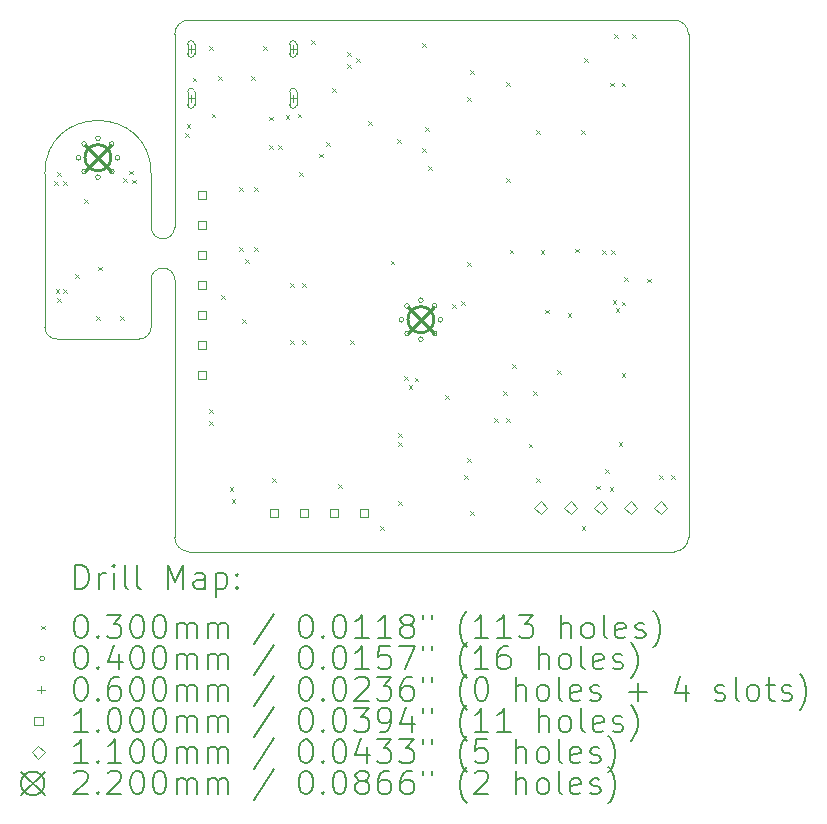
<source format=gbr>
%TF.GenerationSoftware,KiCad,Pcbnew,8.0.5*%
%TF.CreationDate,2024-10-21T14:29:23+02:00*%
%TF.ProjectId,Slave,536c6176-652e-46b6-9963-61645f706362,rev?*%
%TF.SameCoordinates,Original*%
%TF.FileFunction,Drillmap*%
%TF.FilePolarity,Positive*%
%FSLAX45Y45*%
G04 Gerber Fmt 4.5, Leading zero omitted, Abs format (unit mm)*
G04 Created by KiCad (PCBNEW 8.0.5) date 2024-10-21 14:29:23*
%MOMM*%
%LPD*%
G01*
G04 APERTURE LIST*
%ADD10C,0.050000*%
%ADD11C,0.200000*%
%ADD12C,0.100000*%
%ADD13C,0.110000*%
%ADD14C,0.220000*%
G04 APERTURE END LIST*
D10*
X3250000Y-8130000D02*
X3250000Y-5950000D01*
X3250000Y-3870000D02*
G75*
G02*
X3370000Y-3750000I120000J0D01*
G01*
X7600000Y-8130000D02*
G75*
G02*
X7480000Y-8250000I-120000J0D01*
G01*
X2250000Y-6450000D02*
G75*
G02*
X2150000Y-6350000I0J100000D01*
G01*
X2250000Y-6450000D02*
X2948387Y-6450000D01*
X3050000Y-5950000D02*
G75*
G02*
X3250000Y-5950000I100000J0D01*
G01*
X3050000Y-6350000D02*
G75*
G02*
X2948387Y-6449987I-100000J0D01*
G01*
X7480000Y-3750000D02*
G75*
G02*
X7600000Y-3870000I0J-120000D01*
G01*
X3250000Y-5500000D02*
X3250000Y-3870000D01*
X7480000Y-8250000D02*
X3370000Y-8250000D01*
X3050000Y-5950000D02*
X3050000Y-6350000D01*
X3370000Y-8250000D02*
G75*
G02*
X3250000Y-8130000I0J120000D01*
G01*
X3250000Y-5500000D02*
G75*
G02*
X3050000Y-5500000I-100000J0D01*
G01*
X2150000Y-5050000D02*
G75*
G02*
X3050000Y-5050000I450000J0D01*
G01*
X7600000Y-3870000D02*
X7600000Y-8130000D01*
X3050000Y-5500000D02*
X3050000Y-5050000D01*
X3370000Y-3750000D02*
X7480000Y-3750000D01*
X2150000Y-5050000D02*
X2150000Y-6350000D01*
D11*
D12*
X2232000Y-5115800D02*
X2262000Y-5145800D01*
X2262000Y-5115800D02*
X2232000Y-5145800D01*
X2242000Y-6030200D02*
X2272000Y-6060200D01*
X2272000Y-6030200D02*
X2242000Y-6060200D01*
X2257400Y-5039600D02*
X2287400Y-5069600D01*
X2287400Y-5039600D02*
X2257400Y-5069600D01*
X2257400Y-6106400D02*
X2287400Y-6136400D01*
X2287400Y-6106400D02*
X2257400Y-6136400D01*
X2308200Y-5115800D02*
X2338200Y-5145800D01*
X2338200Y-5115800D02*
X2308200Y-5145800D01*
X2308200Y-6030200D02*
X2338200Y-6060200D01*
X2338200Y-6030200D02*
X2308200Y-6060200D01*
X2409800Y-5903200D02*
X2439800Y-5933200D01*
X2439800Y-5903200D02*
X2409800Y-5933200D01*
X2486000Y-5268200D02*
X2516000Y-5298200D01*
X2516000Y-5268200D02*
X2486000Y-5298200D01*
X2587600Y-6258800D02*
X2617600Y-6288800D01*
X2617600Y-6258800D02*
X2587600Y-6288800D01*
X2600300Y-5839700D02*
X2630300Y-5869700D01*
X2630300Y-5839700D02*
X2600300Y-5869700D01*
X2790800Y-6258800D02*
X2820800Y-6288800D01*
X2820800Y-6258800D02*
X2790800Y-6288800D01*
X2816200Y-5090400D02*
X2846200Y-5120400D01*
X2846200Y-5090400D02*
X2816200Y-5120400D01*
X2865000Y-5025000D02*
X2895000Y-5055000D01*
X2895000Y-5025000D02*
X2865000Y-5055000D01*
X2890000Y-5100000D02*
X2920000Y-5130000D01*
X2920000Y-5100000D02*
X2890000Y-5130000D01*
X3337800Y-4709400D02*
X3367800Y-4739400D01*
X3367800Y-4709400D02*
X3337800Y-4739400D01*
X3350500Y-4633200D02*
X3380500Y-4663200D01*
X3380500Y-4633200D02*
X3350500Y-4663200D01*
X3401300Y-4239500D02*
X3431300Y-4269500D01*
X3431300Y-4239500D02*
X3401300Y-4269500D01*
X3541000Y-3972800D02*
X3571000Y-4002800D01*
X3571000Y-3972800D02*
X3541000Y-4002800D01*
X3541000Y-7046200D02*
X3571000Y-7076200D01*
X3571000Y-7046200D02*
X3541000Y-7076200D01*
X3541000Y-7147800D02*
X3571000Y-7177800D01*
X3571000Y-7147800D02*
X3541000Y-7177800D01*
X3565200Y-4544300D02*
X3595200Y-4574300D01*
X3595200Y-4544300D02*
X3565200Y-4574300D01*
X3617200Y-4226800D02*
X3647200Y-4256800D01*
X3647200Y-4226800D02*
X3617200Y-4256800D01*
X3642600Y-6081000D02*
X3672600Y-6111000D01*
X3672600Y-6081000D02*
X3642600Y-6111000D01*
X3716844Y-7707176D02*
X3746844Y-7737176D01*
X3746844Y-7707176D02*
X3716844Y-7737176D01*
X3731500Y-7808200D02*
X3761500Y-7838200D01*
X3761500Y-7808200D02*
X3731500Y-7838200D01*
X3795000Y-5166600D02*
X3825000Y-5196600D01*
X3825000Y-5166600D02*
X3795000Y-5196600D01*
X3795000Y-5674600D02*
X3825000Y-5704600D01*
X3825000Y-5674600D02*
X3795000Y-5704600D01*
X3820400Y-6284200D02*
X3850400Y-6314200D01*
X3850400Y-6284200D02*
X3820400Y-6314200D01*
X3845800Y-5776200D02*
X3875800Y-5806200D01*
X3875800Y-5776200D02*
X3845800Y-5806200D01*
X3896600Y-4226800D02*
X3926600Y-4256800D01*
X3926600Y-4226800D02*
X3896600Y-4256800D01*
X3922000Y-5166600D02*
X3952000Y-5196600D01*
X3952000Y-5166600D02*
X3922000Y-5196600D01*
X3922000Y-5674600D02*
X3952000Y-5704600D01*
X3952000Y-5674600D02*
X3922000Y-5704600D01*
X3998200Y-3972800D02*
X4028200Y-4002800D01*
X4028200Y-3972800D02*
X3998200Y-4002800D01*
X4049000Y-4811000D02*
X4079000Y-4841000D01*
X4079000Y-4811000D02*
X4049000Y-4841000D01*
X4051350Y-4567350D02*
X4081350Y-4597350D01*
X4081350Y-4567350D02*
X4051350Y-4597350D01*
X4074400Y-7630400D02*
X4104400Y-7660400D01*
X4104400Y-7630400D02*
X4074400Y-7660400D01*
X4125200Y-4811000D02*
X4155200Y-4841000D01*
X4155200Y-4811000D02*
X4125200Y-4841000D01*
X4188700Y-4557000D02*
X4218700Y-4587000D01*
X4218700Y-4557000D02*
X4188700Y-4587000D01*
X4226800Y-5979400D02*
X4256800Y-6009400D01*
X4256800Y-5979400D02*
X4226800Y-6009400D01*
X4226800Y-6462000D02*
X4256800Y-6492000D01*
X4256800Y-6462000D02*
X4226800Y-6492000D01*
X4290300Y-4544300D02*
X4320300Y-4574300D01*
X4320300Y-4544300D02*
X4290300Y-4574300D01*
X4303000Y-5039600D02*
X4333000Y-5069600D01*
X4333000Y-5039600D02*
X4303000Y-5069600D01*
X4328400Y-5979400D02*
X4358400Y-6009400D01*
X4358400Y-5979400D02*
X4328400Y-6009400D01*
X4328400Y-6462000D02*
X4358400Y-6492000D01*
X4358400Y-6462000D02*
X4328400Y-6492000D01*
X4404600Y-3922000D02*
X4434600Y-3952000D01*
X4434600Y-3922000D02*
X4404600Y-3952000D01*
X4475300Y-4881700D02*
X4505300Y-4911700D01*
X4505300Y-4881700D02*
X4475300Y-4911700D01*
X4531600Y-4785600D02*
X4561600Y-4815600D01*
X4561600Y-4785600D02*
X4531600Y-4815600D01*
X4582400Y-4328400D02*
X4612400Y-4358400D01*
X4612400Y-4328400D02*
X4582400Y-4358400D01*
X4633200Y-7681200D02*
X4663200Y-7711200D01*
X4663200Y-7681200D02*
X4633200Y-7711200D01*
X4709400Y-4023600D02*
X4739400Y-4053600D01*
X4739400Y-4023600D02*
X4709400Y-4053600D01*
X4709400Y-4125200D02*
X4739400Y-4155200D01*
X4739400Y-4125200D02*
X4709400Y-4155200D01*
X4734800Y-6462000D02*
X4764800Y-6492000D01*
X4764800Y-6462000D02*
X4734800Y-6492000D01*
X4785600Y-4074400D02*
X4815600Y-4104400D01*
X4815600Y-4074400D02*
X4785600Y-4104400D01*
X4887200Y-4607800D02*
X4917200Y-4637800D01*
X4917200Y-4607800D02*
X4887200Y-4637800D01*
X4988800Y-8036800D02*
X5018800Y-8066800D01*
X5018800Y-8036800D02*
X4988800Y-8066800D01*
X5077700Y-5788900D02*
X5107700Y-5818900D01*
X5107700Y-5788900D02*
X5077700Y-5818900D01*
X5133798Y-4756384D02*
X5163798Y-4786384D01*
X5163798Y-4756384D02*
X5133798Y-4786384D01*
X5141200Y-7249400D02*
X5171200Y-7279400D01*
X5171200Y-7249400D02*
X5141200Y-7279400D01*
X5141200Y-7325600D02*
X5171200Y-7355600D01*
X5171200Y-7325600D02*
X5141200Y-7355600D01*
X5143850Y-7823550D02*
X5173850Y-7853550D01*
X5173850Y-7823550D02*
X5143850Y-7853550D01*
X5192000Y-6766800D02*
X5222000Y-6796800D01*
X5222000Y-6766800D02*
X5192000Y-6796800D01*
X5230100Y-6843000D02*
X5260100Y-6873000D01*
X5260100Y-6843000D02*
X5230100Y-6873000D01*
X5280900Y-6779500D02*
X5310900Y-6809500D01*
X5310900Y-6779500D02*
X5280900Y-6809500D01*
X5344400Y-3947400D02*
X5374400Y-3977400D01*
X5374400Y-3947400D02*
X5344400Y-3977400D01*
X5344400Y-4836400D02*
X5374400Y-4866400D01*
X5374400Y-4836400D02*
X5344400Y-4866400D01*
X5369800Y-4658600D02*
X5399800Y-4688600D01*
X5399800Y-4658600D02*
X5369800Y-4688600D01*
X5395200Y-4988800D02*
X5425200Y-5018800D01*
X5425200Y-4988800D02*
X5395200Y-5018800D01*
X5540900Y-6925900D02*
X5570900Y-6955900D01*
X5570900Y-6925900D02*
X5540900Y-6955900D01*
X5598400Y-6157200D02*
X5628400Y-6187200D01*
X5628400Y-6157200D02*
X5598400Y-6187200D01*
X5674600Y-6131800D02*
X5704600Y-6161800D01*
X5704600Y-6131800D02*
X5674600Y-6161800D01*
X5700000Y-7605000D02*
X5730000Y-7635000D01*
X5730000Y-7605000D02*
X5700000Y-7635000D01*
X5725400Y-4404600D02*
X5755400Y-4434600D01*
X5755400Y-4404600D02*
X5725400Y-4434600D01*
X5725400Y-5801600D02*
X5755400Y-5831600D01*
X5755400Y-5801600D02*
X5725400Y-5831600D01*
X5725400Y-7457680D02*
X5755400Y-7487680D01*
X5755400Y-7457680D02*
X5725400Y-7487680D01*
X5750800Y-4176000D02*
X5780800Y-4206000D01*
X5780800Y-4176000D02*
X5750800Y-4206000D01*
X5750800Y-7909800D02*
X5780800Y-7939800D01*
X5780800Y-7909800D02*
X5750800Y-7939800D01*
X5954000Y-7122400D02*
X5984000Y-7152400D01*
X5984000Y-7122400D02*
X5954000Y-7152400D01*
X6030200Y-6893800D02*
X6060200Y-6923800D01*
X6060200Y-6893800D02*
X6030200Y-6923800D01*
X6055600Y-4277600D02*
X6085600Y-4307600D01*
X6085600Y-4277600D02*
X6055600Y-4307600D01*
X6055600Y-5090400D02*
X6085600Y-5120400D01*
X6085600Y-5090400D02*
X6055600Y-5120400D01*
X6055600Y-7122400D02*
X6085600Y-7152400D01*
X6085600Y-7122400D02*
X6055600Y-7152400D01*
X6086800Y-5694200D02*
X6116800Y-5724200D01*
X6116800Y-5694200D02*
X6086800Y-5724200D01*
X6106400Y-6665200D02*
X6136400Y-6695200D01*
X6136400Y-6665200D02*
X6106400Y-6695200D01*
X6246100Y-7338300D02*
X6276100Y-7368300D01*
X6276100Y-7338300D02*
X6246100Y-7368300D01*
X6284200Y-6893800D02*
X6314200Y-6923800D01*
X6314200Y-6893800D02*
X6284200Y-6923800D01*
X6309600Y-4684000D02*
X6339600Y-4714000D01*
X6339600Y-4684000D02*
X6309600Y-4714000D01*
X6309600Y-7630400D02*
X6339600Y-7660400D01*
X6339600Y-7630400D02*
X6309600Y-7660400D01*
X6347700Y-5700000D02*
X6377700Y-5730000D01*
X6377700Y-5700000D02*
X6347700Y-5730000D01*
X6389000Y-6204000D02*
X6419000Y-6234000D01*
X6419000Y-6204000D02*
X6389000Y-6234000D01*
X6487400Y-6716000D02*
X6517400Y-6746000D01*
X6517400Y-6716000D02*
X6487400Y-6746000D01*
X6576300Y-6233400D02*
X6606300Y-6263400D01*
X6606300Y-6233400D02*
X6576300Y-6263400D01*
X6639800Y-5687300D02*
X6669800Y-5717300D01*
X6669800Y-5687300D02*
X6639800Y-5717300D01*
X6690600Y-4684000D02*
X6720600Y-4714000D01*
X6720600Y-4684000D02*
X6690600Y-4714000D01*
X6695000Y-8037000D02*
X6725000Y-8067000D01*
X6725000Y-8037000D02*
X6695000Y-8067000D01*
X6716000Y-4074400D02*
X6746000Y-4104400D01*
X6746000Y-4074400D02*
X6716000Y-4104400D01*
X6817600Y-7693900D02*
X6847600Y-7723900D01*
X6847600Y-7693900D02*
X6817600Y-7723900D01*
X6868400Y-5700000D02*
X6898400Y-5730000D01*
X6898400Y-5700000D02*
X6868400Y-5730000D01*
X6893800Y-7554200D02*
X6923800Y-7584200D01*
X6923800Y-7554200D02*
X6893800Y-7584200D01*
X6931900Y-7706600D02*
X6961900Y-7736600D01*
X6961900Y-7706600D02*
X6931900Y-7736600D01*
X6938800Y-4279000D02*
X6968800Y-4309000D01*
X6968800Y-4279000D02*
X6938800Y-4309000D01*
X6944600Y-5700000D02*
X6974600Y-5730000D01*
X6974600Y-5700000D02*
X6944600Y-5730000D01*
X6960000Y-6123000D02*
X6990000Y-6153000D01*
X6990000Y-6123000D02*
X6960000Y-6153000D01*
X6970000Y-3871200D02*
X7000000Y-3901200D01*
X7000000Y-3871200D02*
X6970000Y-3901200D01*
X6983000Y-6189000D02*
X7013000Y-6219000D01*
X7013000Y-6189000D02*
X6983000Y-6219000D01*
X7008100Y-7325600D02*
X7038100Y-7355600D01*
X7038100Y-7325600D02*
X7008100Y-7355600D01*
X7033000Y-6133000D02*
X7063000Y-6163000D01*
X7063000Y-6133000D02*
X7033000Y-6163000D01*
X7033500Y-6741400D02*
X7063500Y-6771400D01*
X7063500Y-6741400D02*
X7033500Y-6771400D01*
X7035000Y-4279000D02*
X7065000Y-4309000D01*
X7065000Y-4279000D02*
X7035000Y-4309000D01*
X7056360Y-5928600D02*
X7086360Y-5958600D01*
X7086360Y-5928600D02*
X7056360Y-5958600D01*
X7122400Y-3871200D02*
X7152400Y-3901200D01*
X7152400Y-3871200D02*
X7122400Y-3901200D01*
X7249400Y-5938760D02*
X7279400Y-5968760D01*
X7279400Y-5938760D02*
X7249400Y-5968760D01*
X7351000Y-7605000D02*
X7381000Y-7635000D01*
X7381000Y-7605000D02*
X7351000Y-7635000D01*
X7452600Y-7605000D02*
X7482600Y-7635000D01*
X7482600Y-7605000D02*
X7452600Y-7635000D01*
X2455000Y-4915000D02*
G75*
G02*
X2415000Y-4915000I-20000J0D01*
G01*
X2415000Y-4915000D02*
G75*
G02*
X2455000Y-4915000I20000J0D01*
G01*
X2503327Y-4798327D02*
G75*
G02*
X2463327Y-4798327I-20000J0D01*
G01*
X2463327Y-4798327D02*
G75*
G02*
X2503327Y-4798327I20000J0D01*
G01*
X2503327Y-5031673D02*
G75*
G02*
X2463327Y-5031673I-20000J0D01*
G01*
X2463327Y-5031673D02*
G75*
G02*
X2503327Y-5031673I20000J0D01*
G01*
X2620000Y-4750000D02*
G75*
G02*
X2580000Y-4750000I-20000J0D01*
G01*
X2580000Y-4750000D02*
G75*
G02*
X2620000Y-4750000I20000J0D01*
G01*
X2620000Y-5080000D02*
G75*
G02*
X2580000Y-5080000I-20000J0D01*
G01*
X2580000Y-5080000D02*
G75*
G02*
X2620000Y-5080000I20000J0D01*
G01*
X2736673Y-4798327D02*
G75*
G02*
X2696673Y-4798327I-20000J0D01*
G01*
X2696673Y-4798327D02*
G75*
G02*
X2736673Y-4798327I20000J0D01*
G01*
X2736673Y-5031673D02*
G75*
G02*
X2696673Y-5031673I-20000J0D01*
G01*
X2696673Y-5031673D02*
G75*
G02*
X2736673Y-5031673I20000J0D01*
G01*
X2785000Y-4915000D02*
G75*
G02*
X2745000Y-4915000I-20000J0D01*
G01*
X2745000Y-4915000D02*
G75*
G02*
X2785000Y-4915000I20000J0D01*
G01*
X5189000Y-6286500D02*
G75*
G02*
X5149000Y-6286500I-20000J0D01*
G01*
X5149000Y-6286500D02*
G75*
G02*
X5189000Y-6286500I20000J0D01*
G01*
X5237327Y-6169827D02*
G75*
G02*
X5197327Y-6169827I-20000J0D01*
G01*
X5197327Y-6169827D02*
G75*
G02*
X5237327Y-6169827I20000J0D01*
G01*
X5237327Y-6403173D02*
G75*
G02*
X5197327Y-6403173I-20000J0D01*
G01*
X5197327Y-6403173D02*
G75*
G02*
X5237327Y-6403173I20000J0D01*
G01*
X5354000Y-6121500D02*
G75*
G02*
X5314000Y-6121500I-20000J0D01*
G01*
X5314000Y-6121500D02*
G75*
G02*
X5354000Y-6121500I20000J0D01*
G01*
X5354000Y-6451500D02*
G75*
G02*
X5314000Y-6451500I-20000J0D01*
G01*
X5314000Y-6451500D02*
G75*
G02*
X5354000Y-6451500I20000J0D01*
G01*
X5470673Y-6169827D02*
G75*
G02*
X5430673Y-6169827I-20000J0D01*
G01*
X5430673Y-6169827D02*
G75*
G02*
X5470673Y-6169827I20000J0D01*
G01*
X5470673Y-6403173D02*
G75*
G02*
X5430673Y-6403173I-20000J0D01*
G01*
X5430673Y-6403173D02*
G75*
G02*
X5470673Y-6403173I20000J0D01*
G01*
X5519000Y-6286500D02*
G75*
G02*
X5479000Y-6286500I-20000J0D01*
G01*
X5479000Y-6286500D02*
G75*
G02*
X5519000Y-6286500I20000J0D01*
G01*
X3388200Y-3964900D02*
X3388200Y-4024900D01*
X3358200Y-3994900D02*
X3418200Y-3994900D01*
X3418200Y-4034900D02*
X3418200Y-3954900D01*
X3358200Y-3954900D02*
G75*
G02*
X3418200Y-3954900I30000J0D01*
G01*
X3358200Y-3954900D02*
X3358200Y-4034900D01*
X3358200Y-4034900D02*
G75*
G03*
X3418200Y-4034900I30000J0D01*
G01*
X3388200Y-4382900D02*
X3388200Y-4442900D01*
X3358200Y-4412900D02*
X3418200Y-4412900D01*
X3418200Y-4467900D02*
X3418200Y-4357900D01*
X3358200Y-4357900D02*
G75*
G02*
X3418200Y-4357900I30000J0D01*
G01*
X3358200Y-4357900D02*
X3358200Y-4467900D01*
X3358200Y-4467900D02*
G75*
G03*
X3418200Y-4467900I30000J0D01*
G01*
X4252200Y-3964900D02*
X4252200Y-4024900D01*
X4222200Y-3994900D02*
X4282200Y-3994900D01*
X4282200Y-4034900D02*
X4282200Y-3954900D01*
X4222200Y-3954900D02*
G75*
G02*
X4282200Y-3954900I30000J0D01*
G01*
X4222200Y-3954900D02*
X4222200Y-4034900D01*
X4222200Y-4034900D02*
G75*
G03*
X4282200Y-4034900I30000J0D01*
G01*
X4252200Y-4382900D02*
X4252200Y-4442900D01*
X4222200Y-4412900D02*
X4282200Y-4412900D01*
X4282200Y-4467900D02*
X4282200Y-4357900D01*
X4222200Y-4357900D02*
G75*
G02*
X4282200Y-4357900I30000J0D01*
G01*
X4222200Y-4357900D02*
X4222200Y-4467900D01*
X4222200Y-4467900D02*
G75*
G03*
X4282200Y-4467900I30000J0D01*
G01*
X3515156Y-5267756D02*
X3515156Y-5197044D01*
X3444444Y-5197044D01*
X3444444Y-5267756D01*
X3515156Y-5267756D01*
X3515156Y-5521756D02*
X3515156Y-5451044D01*
X3444444Y-5451044D01*
X3444444Y-5521756D01*
X3515156Y-5521756D01*
X3515156Y-5775756D02*
X3515156Y-5705044D01*
X3444444Y-5705044D01*
X3444444Y-5775756D01*
X3515156Y-5775756D01*
X3515156Y-6029756D02*
X3515156Y-5959044D01*
X3444444Y-5959044D01*
X3444444Y-6029756D01*
X3515156Y-6029756D01*
X3515156Y-6283756D02*
X3515156Y-6213044D01*
X3444444Y-6213044D01*
X3444444Y-6283756D01*
X3515156Y-6283756D01*
X3515156Y-6537756D02*
X3515156Y-6467044D01*
X3444444Y-6467044D01*
X3444444Y-6537756D01*
X3515156Y-6537756D01*
X3515156Y-6791756D02*
X3515156Y-6721044D01*
X3444444Y-6721044D01*
X3444444Y-6791756D01*
X3515156Y-6791756D01*
X4123756Y-7960156D02*
X4123756Y-7889444D01*
X4053044Y-7889444D01*
X4053044Y-7960156D01*
X4123756Y-7960156D01*
X4377756Y-7960156D02*
X4377756Y-7889444D01*
X4307044Y-7889444D01*
X4307044Y-7960156D01*
X4377756Y-7960156D01*
X4631756Y-7960156D02*
X4631756Y-7889444D01*
X4561044Y-7889444D01*
X4561044Y-7960156D01*
X4631756Y-7960156D01*
X4885756Y-7960156D02*
X4885756Y-7889444D01*
X4815044Y-7889444D01*
X4815044Y-7960156D01*
X4885756Y-7960156D01*
D13*
X6350000Y-7932000D02*
X6405000Y-7877000D01*
X6350000Y-7822000D01*
X6295000Y-7877000D01*
X6350000Y-7932000D01*
X6604000Y-7932000D02*
X6659000Y-7877000D01*
X6604000Y-7822000D01*
X6549000Y-7877000D01*
X6604000Y-7932000D01*
X6858000Y-7932000D02*
X6913000Y-7877000D01*
X6858000Y-7822000D01*
X6803000Y-7877000D01*
X6858000Y-7932000D01*
X7112000Y-7932000D02*
X7167000Y-7877000D01*
X7112000Y-7822000D01*
X7057000Y-7877000D01*
X7112000Y-7932000D01*
X7366000Y-7932000D02*
X7421000Y-7877000D01*
X7366000Y-7822000D01*
X7311000Y-7877000D01*
X7366000Y-7932000D01*
D14*
X2490000Y-4805000D02*
X2710000Y-5025000D01*
X2710000Y-4805000D02*
X2490000Y-5025000D01*
X2710000Y-4915000D02*
G75*
G02*
X2490000Y-4915000I-110000J0D01*
G01*
X2490000Y-4915000D02*
G75*
G02*
X2710000Y-4915000I110000J0D01*
G01*
X5224000Y-6176500D02*
X5444000Y-6396500D01*
X5444000Y-6176500D02*
X5224000Y-6396500D01*
X5444000Y-6286500D02*
G75*
G02*
X5224000Y-6286500I-110000J0D01*
G01*
X5224000Y-6286500D02*
G75*
G02*
X5444000Y-6286500I110000J0D01*
G01*
D11*
X2408277Y-8563984D02*
X2408277Y-8363984D01*
X2408277Y-8363984D02*
X2455896Y-8363984D01*
X2455896Y-8363984D02*
X2484467Y-8373508D01*
X2484467Y-8373508D02*
X2503515Y-8392555D01*
X2503515Y-8392555D02*
X2513039Y-8411603D01*
X2513039Y-8411603D02*
X2522563Y-8449698D01*
X2522563Y-8449698D02*
X2522563Y-8478270D01*
X2522563Y-8478270D02*
X2513039Y-8516365D01*
X2513039Y-8516365D02*
X2503515Y-8535412D01*
X2503515Y-8535412D02*
X2484467Y-8554460D01*
X2484467Y-8554460D02*
X2455896Y-8563984D01*
X2455896Y-8563984D02*
X2408277Y-8563984D01*
X2608277Y-8563984D02*
X2608277Y-8430650D01*
X2608277Y-8468746D02*
X2617801Y-8449698D01*
X2617801Y-8449698D02*
X2627324Y-8440174D01*
X2627324Y-8440174D02*
X2646372Y-8430650D01*
X2646372Y-8430650D02*
X2665420Y-8430650D01*
X2732086Y-8563984D02*
X2732086Y-8430650D01*
X2732086Y-8363984D02*
X2722563Y-8373508D01*
X2722563Y-8373508D02*
X2732086Y-8383031D01*
X2732086Y-8383031D02*
X2741610Y-8373508D01*
X2741610Y-8373508D02*
X2732086Y-8363984D01*
X2732086Y-8363984D02*
X2732086Y-8383031D01*
X2855896Y-8563984D02*
X2836848Y-8554460D01*
X2836848Y-8554460D02*
X2827324Y-8535412D01*
X2827324Y-8535412D02*
X2827324Y-8363984D01*
X2960658Y-8563984D02*
X2941610Y-8554460D01*
X2941610Y-8554460D02*
X2932086Y-8535412D01*
X2932086Y-8535412D02*
X2932086Y-8363984D01*
X3189229Y-8563984D02*
X3189229Y-8363984D01*
X3189229Y-8363984D02*
X3255896Y-8506841D01*
X3255896Y-8506841D02*
X3322562Y-8363984D01*
X3322562Y-8363984D02*
X3322562Y-8563984D01*
X3503515Y-8563984D02*
X3503515Y-8459222D01*
X3503515Y-8459222D02*
X3493991Y-8440174D01*
X3493991Y-8440174D02*
X3474943Y-8430650D01*
X3474943Y-8430650D02*
X3436848Y-8430650D01*
X3436848Y-8430650D02*
X3417801Y-8440174D01*
X3503515Y-8554460D02*
X3484467Y-8563984D01*
X3484467Y-8563984D02*
X3436848Y-8563984D01*
X3436848Y-8563984D02*
X3417801Y-8554460D01*
X3417801Y-8554460D02*
X3408277Y-8535412D01*
X3408277Y-8535412D02*
X3408277Y-8516365D01*
X3408277Y-8516365D02*
X3417801Y-8497317D01*
X3417801Y-8497317D02*
X3436848Y-8487793D01*
X3436848Y-8487793D02*
X3484467Y-8487793D01*
X3484467Y-8487793D02*
X3503515Y-8478270D01*
X3598753Y-8430650D02*
X3598753Y-8630650D01*
X3598753Y-8440174D02*
X3617801Y-8430650D01*
X3617801Y-8430650D02*
X3655896Y-8430650D01*
X3655896Y-8430650D02*
X3674943Y-8440174D01*
X3674943Y-8440174D02*
X3684467Y-8449698D01*
X3684467Y-8449698D02*
X3693991Y-8468746D01*
X3693991Y-8468746D02*
X3693991Y-8525889D01*
X3693991Y-8525889D02*
X3684467Y-8544936D01*
X3684467Y-8544936D02*
X3674943Y-8554460D01*
X3674943Y-8554460D02*
X3655896Y-8563984D01*
X3655896Y-8563984D02*
X3617801Y-8563984D01*
X3617801Y-8563984D02*
X3598753Y-8554460D01*
X3779705Y-8544936D02*
X3789229Y-8554460D01*
X3789229Y-8554460D02*
X3779705Y-8563984D01*
X3779705Y-8563984D02*
X3770182Y-8554460D01*
X3770182Y-8554460D02*
X3779705Y-8544936D01*
X3779705Y-8544936D02*
X3779705Y-8563984D01*
X3779705Y-8440174D02*
X3789229Y-8449698D01*
X3789229Y-8449698D02*
X3779705Y-8459222D01*
X3779705Y-8459222D02*
X3770182Y-8449698D01*
X3770182Y-8449698D02*
X3779705Y-8440174D01*
X3779705Y-8440174D02*
X3779705Y-8459222D01*
D12*
X2117500Y-8877500D02*
X2147500Y-8907500D01*
X2147500Y-8877500D02*
X2117500Y-8907500D01*
D11*
X2446372Y-8783984D02*
X2465420Y-8783984D01*
X2465420Y-8783984D02*
X2484467Y-8793508D01*
X2484467Y-8793508D02*
X2493991Y-8803031D01*
X2493991Y-8803031D02*
X2503515Y-8822079D01*
X2503515Y-8822079D02*
X2513039Y-8860174D01*
X2513039Y-8860174D02*
X2513039Y-8907793D01*
X2513039Y-8907793D02*
X2503515Y-8945889D01*
X2503515Y-8945889D02*
X2493991Y-8964936D01*
X2493991Y-8964936D02*
X2484467Y-8974460D01*
X2484467Y-8974460D02*
X2465420Y-8983984D01*
X2465420Y-8983984D02*
X2446372Y-8983984D01*
X2446372Y-8983984D02*
X2427324Y-8974460D01*
X2427324Y-8974460D02*
X2417801Y-8964936D01*
X2417801Y-8964936D02*
X2408277Y-8945889D01*
X2408277Y-8945889D02*
X2398753Y-8907793D01*
X2398753Y-8907793D02*
X2398753Y-8860174D01*
X2398753Y-8860174D02*
X2408277Y-8822079D01*
X2408277Y-8822079D02*
X2417801Y-8803031D01*
X2417801Y-8803031D02*
X2427324Y-8793508D01*
X2427324Y-8793508D02*
X2446372Y-8783984D01*
X2598753Y-8964936D02*
X2608277Y-8974460D01*
X2608277Y-8974460D02*
X2598753Y-8983984D01*
X2598753Y-8983984D02*
X2589229Y-8974460D01*
X2589229Y-8974460D02*
X2598753Y-8964936D01*
X2598753Y-8964936D02*
X2598753Y-8983984D01*
X2674944Y-8783984D02*
X2798753Y-8783984D01*
X2798753Y-8783984D02*
X2732086Y-8860174D01*
X2732086Y-8860174D02*
X2760658Y-8860174D01*
X2760658Y-8860174D02*
X2779705Y-8869698D01*
X2779705Y-8869698D02*
X2789229Y-8879222D01*
X2789229Y-8879222D02*
X2798753Y-8898270D01*
X2798753Y-8898270D02*
X2798753Y-8945889D01*
X2798753Y-8945889D02*
X2789229Y-8964936D01*
X2789229Y-8964936D02*
X2779705Y-8974460D01*
X2779705Y-8974460D02*
X2760658Y-8983984D01*
X2760658Y-8983984D02*
X2703515Y-8983984D01*
X2703515Y-8983984D02*
X2684467Y-8974460D01*
X2684467Y-8974460D02*
X2674944Y-8964936D01*
X2922562Y-8783984D02*
X2941610Y-8783984D01*
X2941610Y-8783984D02*
X2960658Y-8793508D01*
X2960658Y-8793508D02*
X2970182Y-8803031D01*
X2970182Y-8803031D02*
X2979705Y-8822079D01*
X2979705Y-8822079D02*
X2989229Y-8860174D01*
X2989229Y-8860174D02*
X2989229Y-8907793D01*
X2989229Y-8907793D02*
X2979705Y-8945889D01*
X2979705Y-8945889D02*
X2970182Y-8964936D01*
X2970182Y-8964936D02*
X2960658Y-8974460D01*
X2960658Y-8974460D02*
X2941610Y-8983984D01*
X2941610Y-8983984D02*
X2922562Y-8983984D01*
X2922562Y-8983984D02*
X2903515Y-8974460D01*
X2903515Y-8974460D02*
X2893991Y-8964936D01*
X2893991Y-8964936D02*
X2884467Y-8945889D01*
X2884467Y-8945889D02*
X2874943Y-8907793D01*
X2874943Y-8907793D02*
X2874943Y-8860174D01*
X2874943Y-8860174D02*
X2884467Y-8822079D01*
X2884467Y-8822079D02*
X2893991Y-8803031D01*
X2893991Y-8803031D02*
X2903515Y-8793508D01*
X2903515Y-8793508D02*
X2922562Y-8783984D01*
X3113039Y-8783984D02*
X3132086Y-8783984D01*
X3132086Y-8783984D02*
X3151134Y-8793508D01*
X3151134Y-8793508D02*
X3160658Y-8803031D01*
X3160658Y-8803031D02*
X3170182Y-8822079D01*
X3170182Y-8822079D02*
X3179705Y-8860174D01*
X3179705Y-8860174D02*
X3179705Y-8907793D01*
X3179705Y-8907793D02*
X3170182Y-8945889D01*
X3170182Y-8945889D02*
X3160658Y-8964936D01*
X3160658Y-8964936D02*
X3151134Y-8974460D01*
X3151134Y-8974460D02*
X3132086Y-8983984D01*
X3132086Y-8983984D02*
X3113039Y-8983984D01*
X3113039Y-8983984D02*
X3093991Y-8974460D01*
X3093991Y-8974460D02*
X3084467Y-8964936D01*
X3084467Y-8964936D02*
X3074943Y-8945889D01*
X3074943Y-8945889D02*
X3065420Y-8907793D01*
X3065420Y-8907793D02*
X3065420Y-8860174D01*
X3065420Y-8860174D02*
X3074943Y-8822079D01*
X3074943Y-8822079D02*
X3084467Y-8803031D01*
X3084467Y-8803031D02*
X3093991Y-8793508D01*
X3093991Y-8793508D02*
X3113039Y-8783984D01*
X3265420Y-8983984D02*
X3265420Y-8850650D01*
X3265420Y-8869698D02*
X3274943Y-8860174D01*
X3274943Y-8860174D02*
X3293991Y-8850650D01*
X3293991Y-8850650D02*
X3322563Y-8850650D01*
X3322563Y-8850650D02*
X3341610Y-8860174D01*
X3341610Y-8860174D02*
X3351134Y-8879222D01*
X3351134Y-8879222D02*
X3351134Y-8983984D01*
X3351134Y-8879222D02*
X3360658Y-8860174D01*
X3360658Y-8860174D02*
X3379705Y-8850650D01*
X3379705Y-8850650D02*
X3408277Y-8850650D01*
X3408277Y-8850650D02*
X3427324Y-8860174D01*
X3427324Y-8860174D02*
X3436848Y-8879222D01*
X3436848Y-8879222D02*
X3436848Y-8983984D01*
X3532086Y-8983984D02*
X3532086Y-8850650D01*
X3532086Y-8869698D02*
X3541610Y-8860174D01*
X3541610Y-8860174D02*
X3560658Y-8850650D01*
X3560658Y-8850650D02*
X3589229Y-8850650D01*
X3589229Y-8850650D02*
X3608277Y-8860174D01*
X3608277Y-8860174D02*
X3617801Y-8879222D01*
X3617801Y-8879222D02*
X3617801Y-8983984D01*
X3617801Y-8879222D02*
X3627324Y-8860174D01*
X3627324Y-8860174D02*
X3646372Y-8850650D01*
X3646372Y-8850650D02*
X3674943Y-8850650D01*
X3674943Y-8850650D02*
X3693991Y-8860174D01*
X3693991Y-8860174D02*
X3703515Y-8879222D01*
X3703515Y-8879222D02*
X3703515Y-8983984D01*
X4093991Y-8774460D02*
X3922563Y-9031603D01*
X4351134Y-8783984D02*
X4370182Y-8783984D01*
X4370182Y-8783984D02*
X4389229Y-8793508D01*
X4389229Y-8793508D02*
X4398753Y-8803031D01*
X4398753Y-8803031D02*
X4408277Y-8822079D01*
X4408277Y-8822079D02*
X4417801Y-8860174D01*
X4417801Y-8860174D02*
X4417801Y-8907793D01*
X4417801Y-8907793D02*
X4408277Y-8945889D01*
X4408277Y-8945889D02*
X4398753Y-8964936D01*
X4398753Y-8964936D02*
X4389229Y-8974460D01*
X4389229Y-8974460D02*
X4370182Y-8983984D01*
X4370182Y-8983984D02*
X4351134Y-8983984D01*
X4351134Y-8983984D02*
X4332087Y-8974460D01*
X4332087Y-8974460D02*
X4322563Y-8964936D01*
X4322563Y-8964936D02*
X4313039Y-8945889D01*
X4313039Y-8945889D02*
X4303515Y-8907793D01*
X4303515Y-8907793D02*
X4303515Y-8860174D01*
X4303515Y-8860174D02*
X4313039Y-8822079D01*
X4313039Y-8822079D02*
X4322563Y-8803031D01*
X4322563Y-8803031D02*
X4332087Y-8793508D01*
X4332087Y-8793508D02*
X4351134Y-8783984D01*
X4503515Y-8964936D02*
X4513039Y-8974460D01*
X4513039Y-8974460D02*
X4503515Y-8983984D01*
X4503515Y-8983984D02*
X4493991Y-8974460D01*
X4493991Y-8974460D02*
X4503515Y-8964936D01*
X4503515Y-8964936D02*
X4503515Y-8983984D01*
X4636848Y-8783984D02*
X4655896Y-8783984D01*
X4655896Y-8783984D02*
X4674944Y-8793508D01*
X4674944Y-8793508D02*
X4684468Y-8803031D01*
X4684468Y-8803031D02*
X4693991Y-8822079D01*
X4693991Y-8822079D02*
X4703515Y-8860174D01*
X4703515Y-8860174D02*
X4703515Y-8907793D01*
X4703515Y-8907793D02*
X4693991Y-8945889D01*
X4693991Y-8945889D02*
X4684468Y-8964936D01*
X4684468Y-8964936D02*
X4674944Y-8974460D01*
X4674944Y-8974460D02*
X4655896Y-8983984D01*
X4655896Y-8983984D02*
X4636848Y-8983984D01*
X4636848Y-8983984D02*
X4617801Y-8974460D01*
X4617801Y-8974460D02*
X4608277Y-8964936D01*
X4608277Y-8964936D02*
X4598753Y-8945889D01*
X4598753Y-8945889D02*
X4589229Y-8907793D01*
X4589229Y-8907793D02*
X4589229Y-8860174D01*
X4589229Y-8860174D02*
X4598753Y-8822079D01*
X4598753Y-8822079D02*
X4608277Y-8803031D01*
X4608277Y-8803031D02*
X4617801Y-8793508D01*
X4617801Y-8793508D02*
X4636848Y-8783984D01*
X4893991Y-8983984D02*
X4779706Y-8983984D01*
X4836848Y-8983984D02*
X4836848Y-8783984D01*
X4836848Y-8783984D02*
X4817801Y-8812555D01*
X4817801Y-8812555D02*
X4798753Y-8831603D01*
X4798753Y-8831603D02*
X4779706Y-8841127D01*
X5084468Y-8983984D02*
X4970182Y-8983984D01*
X5027325Y-8983984D02*
X5027325Y-8783984D01*
X5027325Y-8783984D02*
X5008277Y-8812555D01*
X5008277Y-8812555D02*
X4989229Y-8831603D01*
X4989229Y-8831603D02*
X4970182Y-8841127D01*
X5198753Y-8869698D02*
X5179706Y-8860174D01*
X5179706Y-8860174D02*
X5170182Y-8850650D01*
X5170182Y-8850650D02*
X5160658Y-8831603D01*
X5160658Y-8831603D02*
X5160658Y-8822079D01*
X5160658Y-8822079D02*
X5170182Y-8803031D01*
X5170182Y-8803031D02*
X5179706Y-8793508D01*
X5179706Y-8793508D02*
X5198753Y-8783984D01*
X5198753Y-8783984D02*
X5236849Y-8783984D01*
X5236849Y-8783984D02*
X5255896Y-8793508D01*
X5255896Y-8793508D02*
X5265420Y-8803031D01*
X5265420Y-8803031D02*
X5274944Y-8822079D01*
X5274944Y-8822079D02*
X5274944Y-8831603D01*
X5274944Y-8831603D02*
X5265420Y-8850650D01*
X5265420Y-8850650D02*
X5255896Y-8860174D01*
X5255896Y-8860174D02*
X5236849Y-8869698D01*
X5236849Y-8869698D02*
X5198753Y-8869698D01*
X5198753Y-8869698D02*
X5179706Y-8879222D01*
X5179706Y-8879222D02*
X5170182Y-8888746D01*
X5170182Y-8888746D02*
X5160658Y-8907793D01*
X5160658Y-8907793D02*
X5160658Y-8945889D01*
X5160658Y-8945889D02*
X5170182Y-8964936D01*
X5170182Y-8964936D02*
X5179706Y-8974460D01*
X5179706Y-8974460D02*
X5198753Y-8983984D01*
X5198753Y-8983984D02*
X5236849Y-8983984D01*
X5236849Y-8983984D02*
X5255896Y-8974460D01*
X5255896Y-8974460D02*
X5265420Y-8964936D01*
X5265420Y-8964936D02*
X5274944Y-8945889D01*
X5274944Y-8945889D02*
X5274944Y-8907793D01*
X5274944Y-8907793D02*
X5265420Y-8888746D01*
X5265420Y-8888746D02*
X5255896Y-8879222D01*
X5255896Y-8879222D02*
X5236849Y-8869698D01*
X5351134Y-8783984D02*
X5351134Y-8822079D01*
X5427325Y-8783984D02*
X5427325Y-8822079D01*
X5722563Y-9060174D02*
X5713039Y-9050650D01*
X5713039Y-9050650D02*
X5693991Y-9022079D01*
X5693991Y-9022079D02*
X5684468Y-9003031D01*
X5684468Y-9003031D02*
X5674944Y-8974460D01*
X5674944Y-8974460D02*
X5665420Y-8926841D01*
X5665420Y-8926841D02*
X5665420Y-8888746D01*
X5665420Y-8888746D02*
X5674944Y-8841127D01*
X5674944Y-8841127D02*
X5684468Y-8812555D01*
X5684468Y-8812555D02*
X5693991Y-8793508D01*
X5693991Y-8793508D02*
X5713039Y-8764936D01*
X5713039Y-8764936D02*
X5722563Y-8755412D01*
X5903515Y-8983984D02*
X5789229Y-8983984D01*
X5846372Y-8983984D02*
X5846372Y-8783984D01*
X5846372Y-8783984D02*
X5827325Y-8812555D01*
X5827325Y-8812555D02*
X5808277Y-8831603D01*
X5808277Y-8831603D02*
X5789229Y-8841127D01*
X6093991Y-8983984D02*
X5979706Y-8983984D01*
X6036848Y-8983984D02*
X6036848Y-8783984D01*
X6036848Y-8783984D02*
X6017801Y-8812555D01*
X6017801Y-8812555D02*
X5998753Y-8831603D01*
X5998753Y-8831603D02*
X5979706Y-8841127D01*
X6160658Y-8783984D02*
X6284468Y-8783984D01*
X6284468Y-8783984D02*
X6217801Y-8860174D01*
X6217801Y-8860174D02*
X6246372Y-8860174D01*
X6246372Y-8860174D02*
X6265420Y-8869698D01*
X6265420Y-8869698D02*
X6274944Y-8879222D01*
X6274944Y-8879222D02*
X6284468Y-8898270D01*
X6284468Y-8898270D02*
X6284468Y-8945889D01*
X6284468Y-8945889D02*
X6274944Y-8964936D01*
X6274944Y-8964936D02*
X6265420Y-8974460D01*
X6265420Y-8974460D02*
X6246372Y-8983984D01*
X6246372Y-8983984D02*
X6189229Y-8983984D01*
X6189229Y-8983984D02*
X6170182Y-8974460D01*
X6170182Y-8974460D02*
X6160658Y-8964936D01*
X6522563Y-8983984D02*
X6522563Y-8783984D01*
X6608277Y-8983984D02*
X6608277Y-8879222D01*
X6608277Y-8879222D02*
X6598753Y-8860174D01*
X6598753Y-8860174D02*
X6579706Y-8850650D01*
X6579706Y-8850650D02*
X6551134Y-8850650D01*
X6551134Y-8850650D02*
X6532087Y-8860174D01*
X6532087Y-8860174D02*
X6522563Y-8869698D01*
X6732087Y-8983984D02*
X6713039Y-8974460D01*
X6713039Y-8974460D02*
X6703515Y-8964936D01*
X6703515Y-8964936D02*
X6693991Y-8945889D01*
X6693991Y-8945889D02*
X6693991Y-8888746D01*
X6693991Y-8888746D02*
X6703515Y-8869698D01*
X6703515Y-8869698D02*
X6713039Y-8860174D01*
X6713039Y-8860174D02*
X6732087Y-8850650D01*
X6732087Y-8850650D02*
X6760658Y-8850650D01*
X6760658Y-8850650D02*
X6779706Y-8860174D01*
X6779706Y-8860174D02*
X6789230Y-8869698D01*
X6789230Y-8869698D02*
X6798753Y-8888746D01*
X6798753Y-8888746D02*
X6798753Y-8945889D01*
X6798753Y-8945889D02*
X6789230Y-8964936D01*
X6789230Y-8964936D02*
X6779706Y-8974460D01*
X6779706Y-8974460D02*
X6760658Y-8983984D01*
X6760658Y-8983984D02*
X6732087Y-8983984D01*
X6913039Y-8983984D02*
X6893991Y-8974460D01*
X6893991Y-8974460D02*
X6884468Y-8955412D01*
X6884468Y-8955412D02*
X6884468Y-8783984D01*
X7065420Y-8974460D02*
X7046372Y-8983984D01*
X7046372Y-8983984D02*
X7008277Y-8983984D01*
X7008277Y-8983984D02*
X6989230Y-8974460D01*
X6989230Y-8974460D02*
X6979706Y-8955412D01*
X6979706Y-8955412D02*
X6979706Y-8879222D01*
X6979706Y-8879222D02*
X6989230Y-8860174D01*
X6989230Y-8860174D02*
X7008277Y-8850650D01*
X7008277Y-8850650D02*
X7046372Y-8850650D01*
X7046372Y-8850650D02*
X7065420Y-8860174D01*
X7065420Y-8860174D02*
X7074944Y-8879222D01*
X7074944Y-8879222D02*
X7074944Y-8898270D01*
X7074944Y-8898270D02*
X6979706Y-8917317D01*
X7151134Y-8974460D02*
X7170182Y-8983984D01*
X7170182Y-8983984D02*
X7208277Y-8983984D01*
X7208277Y-8983984D02*
X7227325Y-8974460D01*
X7227325Y-8974460D02*
X7236849Y-8955412D01*
X7236849Y-8955412D02*
X7236849Y-8945889D01*
X7236849Y-8945889D02*
X7227325Y-8926841D01*
X7227325Y-8926841D02*
X7208277Y-8917317D01*
X7208277Y-8917317D02*
X7179706Y-8917317D01*
X7179706Y-8917317D02*
X7160658Y-8907793D01*
X7160658Y-8907793D02*
X7151134Y-8888746D01*
X7151134Y-8888746D02*
X7151134Y-8879222D01*
X7151134Y-8879222D02*
X7160658Y-8860174D01*
X7160658Y-8860174D02*
X7179706Y-8850650D01*
X7179706Y-8850650D02*
X7208277Y-8850650D01*
X7208277Y-8850650D02*
X7227325Y-8860174D01*
X7303515Y-9060174D02*
X7313039Y-9050650D01*
X7313039Y-9050650D02*
X7332087Y-9022079D01*
X7332087Y-9022079D02*
X7341611Y-9003031D01*
X7341611Y-9003031D02*
X7351134Y-8974460D01*
X7351134Y-8974460D02*
X7360658Y-8926841D01*
X7360658Y-8926841D02*
X7360658Y-8888746D01*
X7360658Y-8888746D02*
X7351134Y-8841127D01*
X7351134Y-8841127D02*
X7341611Y-8812555D01*
X7341611Y-8812555D02*
X7332087Y-8793508D01*
X7332087Y-8793508D02*
X7313039Y-8764936D01*
X7313039Y-8764936D02*
X7303515Y-8755412D01*
D12*
X2147500Y-9156500D02*
G75*
G02*
X2107500Y-9156500I-20000J0D01*
G01*
X2107500Y-9156500D02*
G75*
G02*
X2147500Y-9156500I20000J0D01*
G01*
D11*
X2446372Y-9047984D02*
X2465420Y-9047984D01*
X2465420Y-9047984D02*
X2484467Y-9057508D01*
X2484467Y-9057508D02*
X2493991Y-9067031D01*
X2493991Y-9067031D02*
X2503515Y-9086079D01*
X2503515Y-9086079D02*
X2513039Y-9124174D01*
X2513039Y-9124174D02*
X2513039Y-9171793D01*
X2513039Y-9171793D02*
X2503515Y-9209889D01*
X2503515Y-9209889D02*
X2493991Y-9228936D01*
X2493991Y-9228936D02*
X2484467Y-9238460D01*
X2484467Y-9238460D02*
X2465420Y-9247984D01*
X2465420Y-9247984D02*
X2446372Y-9247984D01*
X2446372Y-9247984D02*
X2427324Y-9238460D01*
X2427324Y-9238460D02*
X2417801Y-9228936D01*
X2417801Y-9228936D02*
X2408277Y-9209889D01*
X2408277Y-9209889D02*
X2398753Y-9171793D01*
X2398753Y-9171793D02*
X2398753Y-9124174D01*
X2398753Y-9124174D02*
X2408277Y-9086079D01*
X2408277Y-9086079D02*
X2417801Y-9067031D01*
X2417801Y-9067031D02*
X2427324Y-9057508D01*
X2427324Y-9057508D02*
X2446372Y-9047984D01*
X2598753Y-9228936D02*
X2608277Y-9238460D01*
X2608277Y-9238460D02*
X2598753Y-9247984D01*
X2598753Y-9247984D02*
X2589229Y-9238460D01*
X2589229Y-9238460D02*
X2598753Y-9228936D01*
X2598753Y-9228936D02*
X2598753Y-9247984D01*
X2779705Y-9114650D02*
X2779705Y-9247984D01*
X2732086Y-9038460D02*
X2684467Y-9181317D01*
X2684467Y-9181317D02*
X2808277Y-9181317D01*
X2922562Y-9047984D02*
X2941610Y-9047984D01*
X2941610Y-9047984D02*
X2960658Y-9057508D01*
X2960658Y-9057508D02*
X2970182Y-9067031D01*
X2970182Y-9067031D02*
X2979705Y-9086079D01*
X2979705Y-9086079D02*
X2989229Y-9124174D01*
X2989229Y-9124174D02*
X2989229Y-9171793D01*
X2989229Y-9171793D02*
X2979705Y-9209889D01*
X2979705Y-9209889D02*
X2970182Y-9228936D01*
X2970182Y-9228936D02*
X2960658Y-9238460D01*
X2960658Y-9238460D02*
X2941610Y-9247984D01*
X2941610Y-9247984D02*
X2922562Y-9247984D01*
X2922562Y-9247984D02*
X2903515Y-9238460D01*
X2903515Y-9238460D02*
X2893991Y-9228936D01*
X2893991Y-9228936D02*
X2884467Y-9209889D01*
X2884467Y-9209889D02*
X2874943Y-9171793D01*
X2874943Y-9171793D02*
X2874943Y-9124174D01*
X2874943Y-9124174D02*
X2884467Y-9086079D01*
X2884467Y-9086079D02*
X2893991Y-9067031D01*
X2893991Y-9067031D02*
X2903515Y-9057508D01*
X2903515Y-9057508D02*
X2922562Y-9047984D01*
X3113039Y-9047984D02*
X3132086Y-9047984D01*
X3132086Y-9047984D02*
X3151134Y-9057508D01*
X3151134Y-9057508D02*
X3160658Y-9067031D01*
X3160658Y-9067031D02*
X3170182Y-9086079D01*
X3170182Y-9086079D02*
X3179705Y-9124174D01*
X3179705Y-9124174D02*
X3179705Y-9171793D01*
X3179705Y-9171793D02*
X3170182Y-9209889D01*
X3170182Y-9209889D02*
X3160658Y-9228936D01*
X3160658Y-9228936D02*
X3151134Y-9238460D01*
X3151134Y-9238460D02*
X3132086Y-9247984D01*
X3132086Y-9247984D02*
X3113039Y-9247984D01*
X3113039Y-9247984D02*
X3093991Y-9238460D01*
X3093991Y-9238460D02*
X3084467Y-9228936D01*
X3084467Y-9228936D02*
X3074943Y-9209889D01*
X3074943Y-9209889D02*
X3065420Y-9171793D01*
X3065420Y-9171793D02*
X3065420Y-9124174D01*
X3065420Y-9124174D02*
X3074943Y-9086079D01*
X3074943Y-9086079D02*
X3084467Y-9067031D01*
X3084467Y-9067031D02*
X3093991Y-9057508D01*
X3093991Y-9057508D02*
X3113039Y-9047984D01*
X3265420Y-9247984D02*
X3265420Y-9114650D01*
X3265420Y-9133698D02*
X3274943Y-9124174D01*
X3274943Y-9124174D02*
X3293991Y-9114650D01*
X3293991Y-9114650D02*
X3322563Y-9114650D01*
X3322563Y-9114650D02*
X3341610Y-9124174D01*
X3341610Y-9124174D02*
X3351134Y-9143222D01*
X3351134Y-9143222D02*
X3351134Y-9247984D01*
X3351134Y-9143222D02*
X3360658Y-9124174D01*
X3360658Y-9124174D02*
X3379705Y-9114650D01*
X3379705Y-9114650D02*
X3408277Y-9114650D01*
X3408277Y-9114650D02*
X3427324Y-9124174D01*
X3427324Y-9124174D02*
X3436848Y-9143222D01*
X3436848Y-9143222D02*
X3436848Y-9247984D01*
X3532086Y-9247984D02*
X3532086Y-9114650D01*
X3532086Y-9133698D02*
X3541610Y-9124174D01*
X3541610Y-9124174D02*
X3560658Y-9114650D01*
X3560658Y-9114650D02*
X3589229Y-9114650D01*
X3589229Y-9114650D02*
X3608277Y-9124174D01*
X3608277Y-9124174D02*
X3617801Y-9143222D01*
X3617801Y-9143222D02*
X3617801Y-9247984D01*
X3617801Y-9143222D02*
X3627324Y-9124174D01*
X3627324Y-9124174D02*
X3646372Y-9114650D01*
X3646372Y-9114650D02*
X3674943Y-9114650D01*
X3674943Y-9114650D02*
X3693991Y-9124174D01*
X3693991Y-9124174D02*
X3703515Y-9143222D01*
X3703515Y-9143222D02*
X3703515Y-9247984D01*
X4093991Y-9038460D02*
X3922563Y-9295603D01*
X4351134Y-9047984D02*
X4370182Y-9047984D01*
X4370182Y-9047984D02*
X4389229Y-9057508D01*
X4389229Y-9057508D02*
X4398753Y-9067031D01*
X4398753Y-9067031D02*
X4408277Y-9086079D01*
X4408277Y-9086079D02*
X4417801Y-9124174D01*
X4417801Y-9124174D02*
X4417801Y-9171793D01*
X4417801Y-9171793D02*
X4408277Y-9209889D01*
X4408277Y-9209889D02*
X4398753Y-9228936D01*
X4398753Y-9228936D02*
X4389229Y-9238460D01*
X4389229Y-9238460D02*
X4370182Y-9247984D01*
X4370182Y-9247984D02*
X4351134Y-9247984D01*
X4351134Y-9247984D02*
X4332087Y-9238460D01*
X4332087Y-9238460D02*
X4322563Y-9228936D01*
X4322563Y-9228936D02*
X4313039Y-9209889D01*
X4313039Y-9209889D02*
X4303515Y-9171793D01*
X4303515Y-9171793D02*
X4303515Y-9124174D01*
X4303515Y-9124174D02*
X4313039Y-9086079D01*
X4313039Y-9086079D02*
X4322563Y-9067031D01*
X4322563Y-9067031D02*
X4332087Y-9057508D01*
X4332087Y-9057508D02*
X4351134Y-9047984D01*
X4503515Y-9228936D02*
X4513039Y-9238460D01*
X4513039Y-9238460D02*
X4503515Y-9247984D01*
X4503515Y-9247984D02*
X4493991Y-9238460D01*
X4493991Y-9238460D02*
X4503515Y-9228936D01*
X4503515Y-9228936D02*
X4503515Y-9247984D01*
X4636848Y-9047984D02*
X4655896Y-9047984D01*
X4655896Y-9047984D02*
X4674944Y-9057508D01*
X4674944Y-9057508D02*
X4684468Y-9067031D01*
X4684468Y-9067031D02*
X4693991Y-9086079D01*
X4693991Y-9086079D02*
X4703515Y-9124174D01*
X4703515Y-9124174D02*
X4703515Y-9171793D01*
X4703515Y-9171793D02*
X4693991Y-9209889D01*
X4693991Y-9209889D02*
X4684468Y-9228936D01*
X4684468Y-9228936D02*
X4674944Y-9238460D01*
X4674944Y-9238460D02*
X4655896Y-9247984D01*
X4655896Y-9247984D02*
X4636848Y-9247984D01*
X4636848Y-9247984D02*
X4617801Y-9238460D01*
X4617801Y-9238460D02*
X4608277Y-9228936D01*
X4608277Y-9228936D02*
X4598753Y-9209889D01*
X4598753Y-9209889D02*
X4589229Y-9171793D01*
X4589229Y-9171793D02*
X4589229Y-9124174D01*
X4589229Y-9124174D02*
X4598753Y-9086079D01*
X4598753Y-9086079D02*
X4608277Y-9067031D01*
X4608277Y-9067031D02*
X4617801Y-9057508D01*
X4617801Y-9057508D02*
X4636848Y-9047984D01*
X4893991Y-9247984D02*
X4779706Y-9247984D01*
X4836848Y-9247984D02*
X4836848Y-9047984D01*
X4836848Y-9047984D02*
X4817801Y-9076555D01*
X4817801Y-9076555D02*
X4798753Y-9095603D01*
X4798753Y-9095603D02*
X4779706Y-9105127D01*
X5074944Y-9047984D02*
X4979706Y-9047984D01*
X4979706Y-9047984D02*
X4970182Y-9143222D01*
X4970182Y-9143222D02*
X4979706Y-9133698D01*
X4979706Y-9133698D02*
X4998753Y-9124174D01*
X4998753Y-9124174D02*
X5046372Y-9124174D01*
X5046372Y-9124174D02*
X5065420Y-9133698D01*
X5065420Y-9133698D02*
X5074944Y-9143222D01*
X5074944Y-9143222D02*
X5084468Y-9162270D01*
X5084468Y-9162270D02*
X5084468Y-9209889D01*
X5084468Y-9209889D02*
X5074944Y-9228936D01*
X5074944Y-9228936D02*
X5065420Y-9238460D01*
X5065420Y-9238460D02*
X5046372Y-9247984D01*
X5046372Y-9247984D02*
X4998753Y-9247984D01*
X4998753Y-9247984D02*
X4979706Y-9238460D01*
X4979706Y-9238460D02*
X4970182Y-9228936D01*
X5151134Y-9047984D02*
X5284468Y-9047984D01*
X5284468Y-9047984D02*
X5198753Y-9247984D01*
X5351134Y-9047984D02*
X5351134Y-9086079D01*
X5427325Y-9047984D02*
X5427325Y-9086079D01*
X5722563Y-9324174D02*
X5713039Y-9314650D01*
X5713039Y-9314650D02*
X5693991Y-9286079D01*
X5693991Y-9286079D02*
X5684468Y-9267031D01*
X5684468Y-9267031D02*
X5674944Y-9238460D01*
X5674944Y-9238460D02*
X5665420Y-9190841D01*
X5665420Y-9190841D02*
X5665420Y-9152746D01*
X5665420Y-9152746D02*
X5674944Y-9105127D01*
X5674944Y-9105127D02*
X5684468Y-9076555D01*
X5684468Y-9076555D02*
X5693991Y-9057508D01*
X5693991Y-9057508D02*
X5713039Y-9028936D01*
X5713039Y-9028936D02*
X5722563Y-9019412D01*
X5903515Y-9247984D02*
X5789229Y-9247984D01*
X5846372Y-9247984D02*
X5846372Y-9047984D01*
X5846372Y-9047984D02*
X5827325Y-9076555D01*
X5827325Y-9076555D02*
X5808277Y-9095603D01*
X5808277Y-9095603D02*
X5789229Y-9105127D01*
X6074944Y-9047984D02*
X6036848Y-9047984D01*
X6036848Y-9047984D02*
X6017801Y-9057508D01*
X6017801Y-9057508D02*
X6008277Y-9067031D01*
X6008277Y-9067031D02*
X5989229Y-9095603D01*
X5989229Y-9095603D02*
X5979706Y-9133698D01*
X5979706Y-9133698D02*
X5979706Y-9209889D01*
X5979706Y-9209889D02*
X5989229Y-9228936D01*
X5989229Y-9228936D02*
X5998753Y-9238460D01*
X5998753Y-9238460D02*
X6017801Y-9247984D01*
X6017801Y-9247984D02*
X6055896Y-9247984D01*
X6055896Y-9247984D02*
X6074944Y-9238460D01*
X6074944Y-9238460D02*
X6084468Y-9228936D01*
X6084468Y-9228936D02*
X6093991Y-9209889D01*
X6093991Y-9209889D02*
X6093991Y-9162270D01*
X6093991Y-9162270D02*
X6084468Y-9143222D01*
X6084468Y-9143222D02*
X6074944Y-9133698D01*
X6074944Y-9133698D02*
X6055896Y-9124174D01*
X6055896Y-9124174D02*
X6017801Y-9124174D01*
X6017801Y-9124174D02*
X5998753Y-9133698D01*
X5998753Y-9133698D02*
X5989229Y-9143222D01*
X5989229Y-9143222D02*
X5979706Y-9162270D01*
X6332087Y-9247984D02*
X6332087Y-9047984D01*
X6417801Y-9247984D02*
X6417801Y-9143222D01*
X6417801Y-9143222D02*
X6408277Y-9124174D01*
X6408277Y-9124174D02*
X6389230Y-9114650D01*
X6389230Y-9114650D02*
X6360658Y-9114650D01*
X6360658Y-9114650D02*
X6341610Y-9124174D01*
X6341610Y-9124174D02*
X6332087Y-9133698D01*
X6541610Y-9247984D02*
X6522563Y-9238460D01*
X6522563Y-9238460D02*
X6513039Y-9228936D01*
X6513039Y-9228936D02*
X6503515Y-9209889D01*
X6503515Y-9209889D02*
X6503515Y-9152746D01*
X6503515Y-9152746D02*
X6513039Y-9133698D01*
X6513039Y-9133698D02*
X6522563Y-9124174D01*
X6522563Y-9124174D02*
X6541610Y-9114650D01*
X6541610Y-9114650D02*
X6570182Y-9114650D01*
X6570182Y-9114650D02*
X6589230Y-9124174D01*
X6589230Y-9124174D02*
X6598753Y-9133698D01*
X6598753Y-9133698D02*
X6608277Y-9152746D01*
X6608277Y-9152746D02*
X6608277Y-9209889D01*
X6608277Y-9209889D02*
X6598753Y-9228936D01*
X6598753Y-9228936D02*
X6589230Y-9238460D01*
X6589230Y-9238460D02*
X6570182Y-9247984D01*
X6570182Y-9247984D02*
X6541610Y-9247984D01*
X6722563Y-9247984D02*
X6703515Y-9238460D01*
X6703515Y-9238460D02*
X6693991Y-9219412D01*
X6693991Y-9219412D02*
X6693991Y-9047984D01*
X6874944Y-9238460D02*
X6855896Y-9247984D01*
X6855896Y-9247984D02*
X6817801Y-9247984D01*
X6817801Y-9247984D02*
X6798753Y-9238460D01*
X6798753Y-9238460D02*
X6789230Y-9219412D01*
X6789230Y-9219412D02*
X6789230Y-9143222D01*
X6789230Y-9143222D02*
X6798753Y-9124174D01*
X6798753Y-9124174D02*
X6817801Y-9114650D01*
X6817801Y-9114650D02*
X6855896Y-9114650D01*
X6855896Y-9114650D02*
X6874944Y-9124174D01*
X6874944Y-9124174D02*
X6884468Y-9143222D01*
X6884468Y-9143222D02*
X6884468Y-9162270D01*
X6884468Y-9162270D02*
X6789230Y-9181317D01*
X6960658Y-9238460D02*
X6979706Y-9247984D01*
X6979706Y-9247984D02*
X7017801Y-9247984D01*
X7017801Y-9247984D02*
X7036849Y-9238460D01*
X7036849Y-9238460D02*
X7046372Y-9219412D01*
X7046372Y-9219412D02*
X7046372Y-9209889D01*
X7046372Y-9209889D02*
X7036849Y-9190841D01*
X7036849Y-9190841D02*
X7017801Y-9181317D01*
X7017801Y-9181317D02*
X6989230Y-9181317D01*
X6989230Y-9181317D02*
X6970182Y-9171793D01*
X6970182Y-9171793D02*
X6960658Y-9152746D01*
X6960658Y-9152746D02*
X6960658Y-9143222D01*
X6960658Y-9143222D02*
X6970182Y-9124174D01*
X6970182Y-9124174D02*
X6989230Y-9114650D01*
X6989230Y-9114650D02*
X7017801Y-9114650D01*
X7017801Y-9114650D02*
X7036849Y-9124174D01*
X7113039Y-9324174D02*
X7122563Y-9314650D01*
X7122563Y-9314650D02*
X7141611Y-9286079D01*
X7141611Y-9286079D02*
X7151134Y-9267031D01*
X7151134Y-9267031D02*
X7160658Y-9238460D01*
X7160658Y-9238460D02*
X7170182Y-9190841D01*
X7170182Y-9190841D02*
X7170182Y-9152746D01*
X7170182Y-9152746D02*
X7160658Y-9105127D01*
X7160658Y-9105127D02*
X7151134Y-9076555D01*
X7151134Y-9076555D02*
X7141611Y-9057508D01*
X7141611Y-9057508D02*
X7122563Y-9028936D01*
X7122563Y-9028936D02*
X7113039Y-9019412D01*
D12*
X2117500Y-9390500D02*
X2117500Y-9450500D01*
X2087500Y-9420500D02*
X2147500Y-9420500D01*
D11*
X2446372Y-9311984D02*
X2465420Y-9311984D01*
X2465420Y-9311984D02*
X2484467Y-9321508D01*
X2484467Y-9321508D02*
X2493991Y-9331031D01*
X2493991Y-9331031D02*
X2503515Y-9350079D01*
X2503515Y-9350079D02*
X2513039Y-9388174D01*
X2513039Y-9388174D02*
X2513039Y-9435793D01*
X2513039Y-9435793D02*
X2503515Y-9473889D01*
X2503515Y-9473889D02*
X2493991Y-9492936D01*
X2493991Y-9492936D02*
X2484467Y-9502460D01*
X2484467Y-9502460D02*
X2465420Y-9511984D01*
X2465420Y-9511984D02*
X2446372Y-9511984D01*
X2446372Y-9511984D02*
X2427324Y-9502460D01*
X2427324Y-9502460D02*
X2417801Y-9492936D01*
X2417801Y-9492936D02*
X2408277Y-9473889D01*
X2408277Y-9473889D02*
X2398753Y-9435793D01*
X2398753Y-9435793D02*
X2398753Y-9388174D01*
X2398753Y-9388174D02*
X2408277Y-9350079D01*
X2408277Y-9350079D02*
X2417801Y-9331031D01*
X2417801Y-9331031D02*
X2427324Y-9321508D01*
X2427324Y-9321508D02*
X2446372Y-9311984D01*
X2598753Y-9492936D02*
X2608277Y-9502460D01*
X2608277Y-9502460D02*
X2598753Y-9511984D01*
X2598753Y-9511984D02*
X2589229Y-9502460D01*
X2589229Y-9502460D02*
X2598753Y-9492936D01*
X2598753Y-9492936D02*
X2598753Y-9511984D01*
X2779705Y-9311984D02*
X2741610Y-9311984D01*
X2741610Y-9311984D02*
X2722563Y-9321508D01*
X2722563Y-9321508D02*
X2713039Y-9331031D01*
X2713039Y-9331031D02*
X2693991Y-9359603D01*
X2693991Y-9359603D02*
X2684467Y-9397698D01*
X2684467Y-9397698D02*
X2684467Y-9473889D01*
X2684467Y-9473889D02*
X2693991Y-9492936D01*
X2693991Y-9492936D02*
X2703515Y-9502460D01*
X2703515Y-9502460D02*
X2722563Y-9511984D01*
X2722563Y-9511984D02*
X2760658Y-9511984D01*
X2760658Y-9511984D02*
X2779705Y-9502460D01*
X2779705Y-9502460D02*
X2789229Y-9492936D01*
X2789229Y-9492936D02*
X2798753Y-9473889D01*
X2798753Y-9473889D02*
X2798753Y-9426270D01*
X2798753Y-9426270D02*
X2789229Y-9407222D01*
X2789229Y-9407222D02*
X2779705Y-9397698D01*
X2779705Y-9397698D02*
X2760658Y-9388174D01*
X2760658Y-9388174D02*
X2722563Y-9388174D01*
X2722563Y-9388174D02*
X2703515Y-9397698D01*
X2703515Y-9397698D02*
X2693991Y-9407222D01*
X2693991Y-9407222D02*
X2684467Y-9426270D01*
X2922562Y-9311984D02*
X2941610Y-9311984D01*
X2941610Y-9311984D02*
X2960658Y-9321508D01*
X2960658Y-9321508D02*
X2970182Y-9331031D01*
X2970182Y-9331031D02*
X2979705Y-9350079D01*
X2979705Y-9350079D02*
X2989229Y-9388174D01*
X2989229Y-9388174D02*
X2989229Y-9435793D01*
X2989229Y-9435793D02*
X2979705Y-9473889D01*
X2979705Y-9473889D02*
X2970182Y-9492936D01*
X2970182Y-9492936D02*
X2960658Y-9502460D01*
X2960658Y-9502460D02*
X2941610Y-9511984D01*
X2941610Y-9511984D02*
X2922562Y-9511984D01*
X2922562Y-9511984D02*
X2903515Y-9502460D01*
X2903515Y-9502460D02*
X2893991Y-9492936D01*
X2893991Y-9492936D02*
X2884467Y-9473889D01*
X2884467Y-9473889D02*
X2874943Y-9435793D01*
X2874943Y-9435793D02*
X2874943Y-9388174D01*
X2874943Y-9388174D02*
X2884467Y-9350079D01*
X2884467Y-9350079D02*
X2893991Y-9331031D01*
X2893991Y-9331031D02*
X2903515Y-9321508D01*
X2903515Y-9321508D02*
X2922562Y-9311984D01*
X3113039Y-9311984D02*
X3132086Y-9311984D01*
X3132086Y-9311984D02*
X3151134Y-9321508D01*
X3151134Y-9321508D02*
X3160658Y-9331031D01*
X3160658Y-9331031D02*
X3170182Y-9350079D01*
X3170182Y-9350079D02*
X3179705Y-9388174D01*
X3179705Y-9388174D02*
X3179705Y-9435793D01*
X3179705Y-9435793D02*
X3170182Y-9473889D01*
X3170182Y-9473889D02*
X3160658Y-9492936D01*
X3160658Y-9492936D02*
X3151134Y-9502460D01*
X3151134Y-9502460D02*
X3132086Y-9511984D01*
X3132086Y-9511984D02*
X3113039Y-9511984D01*
X3113039Y-9511984D02*
X3093991Y-9502460D01*
X3093991Y-9502460D02*
X3084467Y-9492936D01*
X3084467Y-9492936D02*
X3074943Y-9473889D01*
X3074943Y-9473889D02*
X3065420Y-9435793D01*
X3065420Y-9435793D02*
X3065420Y-9388174D01*
X3065420Y-9388174D02*
X3074943Y-9350079D01*
X3074943Y-9350079D02*
X3084467Y-9331031D01*
X3084467Y-9331031D02*
X3093991Y-9321508D01*
X3093991Y-9321508D02*
X3113039Y-9311984D01*
X3265420Y-9511984D02*
X3265420Y-9378650D01*
X3265420Y-9397698D02*
X3274943Y-9388174D01*
X3274943Y-9388174D02*
X3293991Y-9378650D01*
X3293991Y-9378650D02*
X3322563Y-9378650D01*
X3322563Y-9378650D02*
X3341610Y-9388174D01*
X3341610Y-9388174D02*
X3351134Y-9407222D01*
X3351134Y-9407222D02*
X3351134Y-9511984D01*
X3351134Y-9407222D02*
X3360658Y-9388174D01*
X3360658Y-9388174D02*
X3379705Y-9378650D01*
X3379705Y-9378650D02*
X3408277Y-9378650D01*
X3408277Y-9378650D02*
X3427324Y-9388174D01*
X3427324Y-9388174D02*
X3436848Y-9407222D01*
X3436848Y-9407222D02*
X3436848Y-9511984D01*
X3532086Y-9511984D02*
X3532086Y-9378650D01*
X3532086Y-9397698D02*
X3541610Y-9388174D01*
X3541610Y-9388174D02*
X3560658Y-9378650D01*
X3560658Y-9378650D02*
X3589229Y-9378650D01*
X3589229Y-9378650D02*
X3608277Y-9388174D01*
X3608277Y-9388174D02*
X3617801Y-9407222D01*
X3617801Y-9407222D02*
X3617801Y-9511984D01*
X3617801Y-9407222D02*
X3627324Y-9388174D01*
X3627324Y-9388174D02*
X3646372Y-9378650D01*
X3646372Y-9378650D02*
X3674943Y-9378650D01*
X3674943Y-9378650D02*
X3693991Y-9388174D01*
X3693991Y-9388174D02*
X3703515Y-9407222D01*
X3703515Y-9407222D02*
X3703515Y-9511984D01*
X4093991Y-9302460D02*
X3922563Y-9559603D01*
X4351134Y-9311984D02*
X4370182Y-9311984D01*
X4370182Y-9311984D02*
X4389229Y-9321508D01*
X4389229Y-9321508D02*
X4398753Y-9331031D01*
X4398753Y-9331031D02*
X4408277Y-9350079D01*
X4408277Y-9350079D02*
X4417801Y-9388174D01*
X4417801Y-9388174D02*
X4417801Y-9435793D01*
X4417801Y-9435793D02*
X4408277Y-9473889D01*
X4408277Y-9473889D02*
X4398753Y-9492936D01*
X4398753Y-9492936D02*
X4389229Y-9502460D01*
X4389229Y-9502460D02*
X4370182Y-9511984D01*
X4370182Y-9511984D02*
X4351134Y-9511984D01*
X4351134Y-9511984D02*
X4332087Y-9502460D01*
X4332087Y-9502460D02*
X4322563Y-9492936D01*
X4322563Y-9492936D02*
X4313039Y-9473889D01*
X4313039Y-9473889D02*
X4303515Y-9435793D01*
X4303515Y-9435793D02*
X4303515Y-9388174D01*
X4303515Y-9388174D02*
X4313039Y-9350079D01*
X4313039Y-9350079D02*
X4322563Y-9331031D01*
X4322563Y-9331031D02*
X4332087Y-9321508D01*
X4332087Y-9321508D02*
X4351134Y-9311984D01*
X4503515Y-9492936D02*
X4513039Y-9502460D01*
X4513039Y-9502460D02*
X4503515Y-9511984D01*
X4503515Y-9511984D02*
X4493991Y-9502460D01*
X4493991Y-9502460D02*
X4503515Y-9492936D01*
X4503515Y-9492936D02*
X4503515Y-9511984D01*
X4636848Y-9311984D02*
X4655896Y-9311984D01*
X4655896Y-9311984D02*
X4674944Y-9321508D01*
X4674944Y-9321508D02*
X4684468Y-9331031D01*
X4684468Y-9331031D02*
X4693991Y-9350079D01*
X4693991Y-9350079D02*
X4703515Y-9388174D01*
X4703515Y-9388174D02*
X4703515Y-9435793D01*
X4703515Y-9435793D02*
X4693991Y-9473889D01*
X4693991Y-9473889D02*
X4684468Y-9492936D01*
X4684468Y-9492936D02*
X4674944Y-9502460D01*
X4674944Y-9502460D02*
X4655896Y-9511984D01*
X4655896Y-9511984D02*
X4636848Y-9511984D01*
X4636848Y-9511984D02*
X4617801Y-9502460D01*
X4617801Y-9502460D02*
X4608277Y-9492936D01*
X4608277Y-9492936D02*
X4598753Y-9473889D01*
X4598753Y-9473889D02*
X4589229Y-9435793D01*
X4589229Y-9435793D02*
X4589229Y-9388174D01*
X4589229Y-9388174D02*
X4598753Y-9350079D01*
X4598753Y-9350079D02*
X4608277Y-9331031D01*
X4608277Y-9331031D02*
X4617801Y-9321508D01*
X4617801Y-9321508D02*
X4636848Y-9311984D01*
X4779706Y-9331031D02*
X4789229Y-9321508D01*
X4789229Y-9321508D02*
X4808277Y-9311984D01*
X4808277Y-9311984D02*
X4855896Y-9311984D01*
X4855896Y-9311984D02*
X4874944Y-9321508D01*
X4874944Y-9321508D02*
X4884468Y-9331031D01*
X4884468Y-9331031D02*
X4893991Y-9350079D01*
X4893991Y-9350079D02*
X4893991Y-9369127D01*
X4893991Y-9369127D02*
X4884468Y-9397698D01*
X4884468Y-9397698D02*
X4770182Y-9511984D01*
X4770182Y-9511984D02*
X4893991Y-9511984D01*
X4960658Y-9311984D02*
X5084468Y-9311984D01*
X5084468Y-9311984D02*
X5017801Y-9388174D01*
X5017801Y-9388174D02*
X5046372Y-9388174D01*
X5046372Y-9388174D02*
X5065420Y-9397698D01*
X5065420Y-9397698D02*
X5074944Y-9407222D01*
X5074944Y-9407222D02*
X5084468Y-9426270D01*
X5084468Y-9426270D02*
X5084468Y-9473889D01*
X5084468Y-9473889D02*
X5074944Y-9492936D01*
X5074944Y-9492936D02*
X5065420Y-9502460D01*
X5065420Y-9502460D02*
X5046372Y-9511984D01*
X5046372Y-9511984D02*
X4989229Y-9511984D01*
X4989229Y-9511984D02*
X4970182Y-9502460D01*
X4970182Y-9502460D02*
X4960658Y-9492936D01*
X5255896Y-9311984D02*
X5217801Y-9311984D01*
X5217801Y-9311984D02*
X5198753Y-9321508D01*
X5198753Y-9321508D02*
X5189229Y-9331031D01*
X5189229Y-9331031D02*
X5170182Y-9359603D01*
X5170182Y-9359603D02*
X5160658Y-9397698D01*
X5160658Y-9397698D02*
X5160658Y-9473889D01*
X5160658Y-9473889D02*
X5170182Y-9492936D01*
X5170182Y-9492936D02*
X5179706Y-9502460D01*
X5179706Y-9502460D02*
X5198753Y-9511984D01*
X5198753Y-9511984D02*
X5236849Y-9511984D01*
X5236849Y-9511984D02*
X5255896Y-9502460D01*
X5255896Y-9502460D02*
X5265420Y-9492936D01*
X5265420Y-9492936D02*
X5274944Y-9473889D01*
X5274944Y-9473889D02*
X5274944Y-9426270D01*
X5274944Y-9426270D02*
X5265420Y-9407222D01*
X5265420Y-9407222D02*
X5255896Y-9397698D01*
X5255896Y-9397698D02*
X5236849Y-9388174D01*
X5236849Y-9388174D02*
X5198753Y-9388174D01*
X5198753Y-9388174D02*
X5179706Y-9397698D01*
X5179706Y-9397698D02*
X5170182Y-9407222D01*
X5170182Y-9407222D02*
X5160658Y-9426270D01*
X5351134Y-9311984D02*
X5351134Y-9350079D01*
X5427325Y-9311984D02*
X5427325Y-9350079D01*
X5722563Y-9588174D02*
X5713039Y-9578650D01*
X5713039Y-9578650D02*
X5693991Y-9550079D01*
X5693991Y-9550079D02*
X5684468Y-9531031D01*
X5684468Y-9531031D02*
X5674944Y-9502460D01*
X5674944Y-9502460D02*
X5665420Y-9454841D01*
X5665420Y-9454841D02*
X5665420Y-9416746D01*
X5665420Y-9416746D02*
X5674944Y-9369127D01*
X5674944Y-9369127D02*
X5684468Y-9340555D01*
X5684468Y-9340555D02*
X5693991Y-9321508D01*
X5693991Y-9321508D02*
X5713039Y-9292936D01*
X5713039Y-9292936D02*
X5722563Y-9283412D01*
X5836848Y-9311984D02*
X5855896Y-9311984D01*
X5855896Y-9311984D02*
X5874944Y-9321508D01*
X5874944Y-9321508D02*
X5884468Y-9331031D01*
X5884468Y-9331031D02*
X5893991Y-9350079D01*
X5893991Y-9350079D02*
X5903515Y-9388174D01*
X5903515Y-9388174D02*
X5903515Y-9435793D01*
X5903515Y-9435793D02*
X5893991Y-9473889D01*
X5893991Y-9473889D02*
X5884468Y-9492936D01*
X5884468Y-9492936D02*
X5874944Y-9502460D01*
X5874944Y-9502460D02*
X5855896Y-9511984D01*
X5855896Y-9511984D02*
X5836848Y-9511984D01*
X5836848Y-9511984D02*
X5817801Y-9502460D01*
X5817801Y-9502460D02*
X5808277Y-9492936D01*
X5808277Y-9492936D02*
X5798753Y-9473889D01*
X5798753Y-9473889D02*
X5789229Y-9435793D01*
X5789229Y-9435793D02*
X5789229Y-9388174D01*
X5789229Y-9388174D02*
X5798753Y-9350079D01*
X5798753Y-9350079D02*
X5808277Y-9331031D01*
X5808277Y-9331031D02*
X5817801Y-9321508D01*
X5817801Y-9321508D02*
X5836848Y-9311984D01*
X6141610Y-9511984D02*
X6141610Y-9311984D01*
X6227325Y-9511984D02*
X6227325Y-9407222D01*
X6227325Y-9407222D02*
X6217801Y-9388174D01*
X6217801Y-9388174D02*
X6198753Y-9378650D01*
X6198753Y-9378650D02*
X6170182Y-9378650D01*
X6170182Y-9378650D02*
X6151134Y-9388174D01*
X6151134Y-9388174D02*
X6141610Y-9397698D01*
X6351134Y-9511984D02*
X6332087Y-9502460D01*
X6332087Y-9502460D02*
X6322563Y-9492936D01*
X6322563Y-9492936D02*
X6313039Y-9473889D01*
X6313039Y-9473889D02*
X6313039Y-9416746D01*
X6313039Y-9416746D02*
X6322563Y-9397698D01*
X6322563Y-9397698D02*
X6332087Y-9388174D01*
X6332087Y-9388174D02*
X6351134Y-9378650D01*
X6351134Y-9378650D02*
X6379706Y-9378650D01*
X6379706Y-9378650D02*
X6398753Y-9388174D01*
X6398753Y-9388174D02*
X6408277Y-9397698D01*
X6408277Y-9397698D02*
X6417801Y-9416746D01*
X6417801Y-9416746D02*
X6417801Y-9473889D01*
X6417801Y-9473889D02*
X6408277Y-9492936D01*
X6408277Y-9492936D02*
X6398753Y-9502460D01*
X6398753Y-9502460D02*
X6379706Y-9511984D01*
X6379706Y-9511984D02*
X6351134Y-9511984D01*
X6532087Y-9511984D02*
X6513039Y-9502460D01*
X6513039Y-9502460D02*
X6503515Y-9483412D01*
X6503515Y-9483412D02*
X6503515Y-9311984D01*
X6684468Y-9502460D02*
X6665420Y-9511984D01*
X6665420Y-9511984D02*
X6627325Y-9511984D01*
X6627325Y-9511984D02*
X6608277Y-9502460D01*
X6608277Y-9502460D02*
X6598753Y-9483412D01*
X6598753Y-9483412D02*
X6598753Y-9407222D01*
X6598753Y-9407222D02*
X6608277Y-9388174D01*
X6608277Y-9388174D02*
X6627325Y-9378650D01*
X6627325Y-9378650D02*
X6665420Y-9378650D01*
X6665420Y-9378650D02*
X6684468Y-9388174D01*
X6684468Y-9388174D02*
X6693991Y-9407222D01*
X6693991Y-9407222D02*
X6693991Y-9426270D01*
X6693991Y-9426270D02*
X6598753Y-9445317D01*
X6770182Y-9502460D02*
X6789230Y-9511984D01*
X6789230Y-9511984D02*
X6827325Y-9511984D01*
X6827325Y-9511984D02*
X6846372Y-9502460D01*
X6846372Y-9502460D02*
X6855896Y-9483412D01*
X6855896Y-9483412D02*
X6855896Y-9473889D01*
X6855896Y-9473889D02*
X6846372Y-9454841D01*
X6846372Y-9454841D02*
X6827325Y-9445317D01*
X6827325Y-9445317D02*
X6798753Y-9445317D01*
X6798753Y-9445317D02*
X6779706Y-9435793D01*
X6779706Y-9435793D02*
X6770182Y-9416746D01*
X6770182Y-9416746D02*
X6770182Y-9407222D01*
X6770182Y-9407222D02*
X6779706Y-9388174D01*
X6779706Y-9388174D02*
X6798753Y-9378650D01*
X6798753Y-9378650D02*
X6827325Y-9378650D01*
X6827325Y-9378650D02*
X6846372Y-9388174D01*
X7093992Y-9435793D02*
X7246373Y-9435793D01*
X7170182Y-9511984D02*
X7170182Y-9359603D01*
X7579706Y-9378650D02*
X7579706Y-9511984D01*
X7532087Y-9302460D02*
X7484468Y-9445317D01*
X7484468Y-9445317D02*
X7608277Y-9445317D01*
X7827325Y-9502460D02*
X7846373Y-9511984D01*
X7846373Y-9511984D02*
X7884468Y-9511984D01*
X7884468Y-9511984D02*
X7903515Y-9502460D01*
X7903515Y-9502460D02*
X7913039Y-9483412D01*
X7913039Y-9483412D02*
X7913039Y-9473889D01*
X7913039Y-9473889D02*
X7903515Y-9454841D01*
X7903515Y-9454841D02*
X7884468Y-9445317D01*
X7884468Y-9445317D02*
X7855896Y-9445317D01*
X7855896Y-9445317D02*
X7836849Y-9435793D01*
X7836849Y-9435793D02*
X7827325Y-9416746D01*
X7827325Y-9416746D02*
X7827325Y-9407222D01*
X7827325Y-9407222D02*
X7836849Y-9388174D01*
X7836849Y-9388174D02*
X7855896Y-9378650D01*
X7855896Y-9378650D02*
X7884468Y-9378650D01*
X7884468Y-9378650D02*
X7903515Y-9388174D01*
X8027325Y-9511984D02*
X8008277Y-9502460D01*
X8008277Y-9502460D02*
X7998754Y-9483412D01*
X7998754Y-9483412D02*
X7998754Y-9311984D01*
X8132087Y-9511984D02*
X8113039Y-9502460D01*
X8113039Y-9502460D02*
X8103515Y-9492936D01*
X8103515Y-9492936D02*
X8093992Y-9473889D01*
X8093992Y-9473889D02*
X8093992Y-9416746D01*
X8093992Y-9416746D02*
X8103515Y-9397698D01*
X8103515Y-9397698D02*
X8113039Y-9388174D01*
X8113039Y-9388174D02*
X8132087Y-9378650D01*
X8132087Y-9378650D02*
X8160658Y-9378650D01*
X8160658Y-9378650D02*
X8179706Y-9388174D01*
X8179706Y-9388174D02*
X8189230Y-9397698D01*
X8189230Y-9397698D02*
X8198754Y-9416746D01*
X8198754Y-9416746D02*
X8198754Y-9473889D01*
X8198754Y-9473889D02*
X8189230Y-9492936D01*
X8189230Y-9492936D02*
X8179706Y-9502460D01*
X8179706Y-9502460D02*
X8160658Y-9511984D01*
X8160658Y-9511984D02*
X8132087Y-9511984D01*
X8255896Y-9378650D02*
X8332087Y-9378650D01*
X8284468Y-9311984D02*
X8284468Y-9483412D01*
X8284468Y-9483412D02*
X8293992Y-9502460D01*
X8293992Y-9502460D02*
X8313039Y-9511984D01*
X8313039Y-9511984D02*
X8332087Y-9511984D01*
X8389230Y-9502460D02*
X8408277Y-9511984D01*
X8408277Y-9511984D02*
X8446373Y-9511984D01*
X8446373Y-9511984D02*
X8465420Y-9502460D01*
X8465420Y-9502460D02*
X8474944Y-9483412D01*
X8474944Y-9483412D02*
X8474944Y-9473889D01*
X8474944Y-9473889D02*
X8465420Y-9454841D01*
X8465420Y-9454841D02*
X8446373Y-9445317D01*
X8446373Y-9445317D02*
X8417801Y-9445317D01*
X8417801Y-9445317D02*
X8398754Y-9435793D01*
X8398754Y-9435793D02*
X8389230Y-9416746D01*
X8389230Y-9416746D02*
X8389230Y-9407222D01*
X8389230Y-9407222D02*
X8398754Y-9388174D01*
X8398754Y-9388174D02*
X8417801Y-9378650D01*
X8417801Y-9378650D02*
X8446373Y-9378650D01*
X8446373Y-9378650D02*
X8465420Y-9388174D01*
X8541611Y-9588174D02*
X8551135Y-9578650D01*
X8551135Y-9578650D02*
X8570182Y-9550079D01*
X8570182Y-9550079D02*
X8579706Y-9531031D01*
X8579706Y-9531031D02*
X8589230Y-9502460D01*
X8589230Y-9502460D02*
X8598754Y-9454841D01*
X8598754Y-9454841D02*
X8598754Y-9416746D01*
X8598754Y-9416746D02*
X8589230Y-9369127D01*
X8589230Y-9369127D02*
X8579706Y-9340555D01*
X8579706Y-9340555D02*
X8570182Y-9321508D01*
X8570182Y-9321508D02*
X8551135Y-9292936D01*
X8551135Y-9292936D02*
X8541611Y-9283412D01*
D12*
X2132856Y-9719856D02*
X2132856Y-9649144D01*
X2062144Y-9649144D01*
X2062144Y-9719856D01*
X2132856Y-9719856D01*
D11*
X2513039Y-9775984D02*
X2398753Y-9775984D01*
X2455896Y-9775984D02*
X2455896Y-9575984D01*
X2455896Y-9575984D02*
X2436848Y-9604555D01*
X2436848Y-9604555D02*
X2417801Y-9623603D01*
X2417801Y-9623603D02*
X2398753Y-9633127D01*
X2598753Y-9756936D02*
X2608277Y-9766460D01*
X2608277Y-9766460D02*
X2598753Y-9775984D01*
X2598753Y-9775984D02*
X2589229Y-9766460D01*
X2589229Y-9766460D02*
X2598753Y-9756936D01*
X2598753Y-9756936D02*
X2598753Y-9775984D01*
X2732086Y-9575984D02*
X2751134Y-9575984D01*
X2751134Y-9575984D02*
X2770182Y-9585508D01*
X2770182Y-9585508D02*
X2779705Y-9595031D01*
X2779705Y-9595031D02*
X2789229Y-9614079D01*
X2789229Y-9614079D02*
X2798753Y-9652174D01*
X2798753Y-9652174D02*
X2798753Y-9699793D01*
X2798753Y-9699793D02*
X2789229Y-9737889D01*
X2789229Y-9737889D02*
X2779705Y-9756936D01*
X2779705Y-9756936D02*
X2770182Y-9766460D01*
X2770182Y-9766460D02*
X2751134Y-9775984D01*
X2751134Y-9775984D02*
X2732086Y-9775984D01*
X2732086Y-9775984D02*
X2713039Y-9766460D01*
X2713039Y-9766460D02*
X2703515Y-9756936D01*
X2703515Y-9756936D02*
X2693991Y-9737889D01*
X2693991Y-9737889D02*
X2684467Y-9699793D01*
X2684467Y-9699793D02*
X2684467Y-9652174D01*
X2684467Y-9652174D02*
X2693991Y-9614079D01*
X2693991Y-9614079D02*
X2703515Y-9595031D01*
X2703515Y-9595031D02*
X2713039Y-9585508D01*
X2713039Y-9585508D02*
X2732086Y-9575984D01*
X2922562Y-9575984D02*
X2941610Y-9575984D01*
X2941610Y-9575984D02*
X2960658Y-9585508D01*
X2960658Y-9585508D02*
X2970182Y-9595031D01*
X2970182Y-9595031D02*
X2979705Y-9614079D01*
X2979705Y-9614079D02*
X2989229Y-9652174D01*
X2989229Y-9652174D02*
X2989229Y-9699793D01*
X2989229Y-9699793D02*
X2979705Y-9737889D01*
X2979705Y-9737889D02*
X2970182Y-9756936D01*
X2970182Y-9756936D02*
X2960658Y-9766460D01*
X2960658Y-9766460D02*
X2941610Y-9775984D01*
X2941610Y-9775984D02*
X2922562Y-9775984D01*
X2922562Y-9775984D02*
X2903515Y-9766460D01*
X2903515Y-9766460D02*
X2893991Y-9756936D01*
X2893991Y-9756936D02*
X2884467Y-9737889D01*
X2884467Y-9737889D02*
X2874943Y-9699793D01*
X2874943Y-9699793D02*
X2874943Y-9652174D01*
X2874943Y-9652174D02*
X2884467Y-9614079D01*
X2884467Y-9614079D02*
X2893991Y-9595031D01*
X2893991Y-9595031D02*
X2903515Y-9585508D01*
X2903515Y-9585508D02*
X2922562Y-9575984D01*
X3113039Y-9575984D02*
X3132086Y-9575984D01*
X3132086Y-9575984D02*
X3151134Y-9585508D01*
X3151134Y-9585508D02*
X3160658Y-9595031D01*
X3160658Y-9595031D02*
X3170182Y-9614079D01*
X3170182Y-9614079D02*
X3179705Y-9652174D01*
X3179705Y-9652174D02*
X3179705Y-9699793D01*
X3179705Y-9699793D02*
X3170182Y-9737889D01*
X3170182Y-9737889D02*
X3160658Y-9756936D01*
X3160658Y-9756936D02*
X3151134Y-9766460D01*
X3151134Y-9766460D02*
X3132086Y-9775984D01*
X3132086Y-9775984D02*
X3113039Y-9775984D01*
X3113039Y-9775984D02*
X3093991Y-9766460D01*
X3093991Y-9766460D02*
X3084467Y-9756936D01*
X3084467Y-9756936D02*
X3074943Y-9737889D01*
X3074943Y-9737889D02*
X3065420Y-9699793D01*
X3065420Y-9699793D02*
X3065420Y-9652174D01*
X3065420Y-9652174D02*
X3074943Y-9614079D01*
X3074943Y-9614079D02*
X3084467Y-9595031D01*
X3084467Y-9595031D02*
X3093991Y-9585508D01*
X3093991Y-9585508D02*
X3113039Y-9575984D01*
X3265420Y-9775984D02*
X3265420Y-9642650D01*
X3265420Y-9661698D02*
X3274943Y-9652174D01*
X3274943Y-9652174D02*
X3293991Y-9642650D01*
X3293991Y-9642650D02*
X3322563Y-9642650D01*
X3322563Y-9642650D02*
X3341610Y-9652174D01*
X3341610Y-9652174D02*
X3351134Y-9671222D01*
X3351134Y-9671222D02*
X3351134Y-9775984D01*
X3351134Y-9671222D02*
X3360658Y-9652174D01*
X3360658Y-9652174D02*
X3379705Y-9642650D01*
X3379705Y-9642650D02*
X3408277Y-9642650D01*
X3408277Y-9642650D02*
X3427324Y-9652174D01*
X3427324Y-9652174D02*
X3436848Y-9671222D01*
X3436848Y-9671222D02*
X3436848Y-9775984D01*
X3532086Y-9775984D02*
X3532086Y-9642650D01*
X3532086Y-9661698D02*
X3541610Y-9652174D01*
X3541610Y-9652174D02*
X3560658Y-9642650D01*
X3560658Y-9642650D02*
X3589229Y-9642650D01*
X3589229Y-9642650D02*
X3608277Y-9652174D01*
X3608277Y-9652174D02*
X3617801Y-9671222D01*
X3617801Y-9671222D02*
X3617801Y-9775984D01*
X3617801Y-9671222D02*
X3627324Y-9652174D01*
X3627324Y-9652174D02*
X3646372Y-9642650D01*
X3646372Y-9642650D02*
X3674943Y-9642650D01*
X3674943Y-9642650D02*
X3693991Y-9652174D01*
X3693991Y-9652174D02*
X3703515Y-9671222D01*
X3703515Y-9671222D02*
X3703515Y-9775984D01*
X4093991Y-9566460D02*
X3922563Y-9823603D01*
X4351134Y-9575984D02*
X4370182Y-9575984D01*
X4370182Y-9575984D02*
X4389229Y-9585508D01*
X4389229Y-9585508D02*
X4398753Y-9595031D01*
X4398753Y-9595031D02*
X4408277Y-9614079D01*
X4408277Y-9614079D02*
X4417801Y-9652174D01*
X4417801Y-9652174D02*
X4417801Y-9699793D01*
X4417801Y-9699793D02*
X4408277Y-9737889D01*
X4408277Y-9737889D02*
X4398753Y-9756936D01*
X4398753Y-9756936D02*
X4389229Y-9766460D01*
X4389229Y-9766460D02*
X4370182Y-9775984D01*
X4370182Y-9775984D02*
X4351134Y-9775984D01*
X4351134Y-9775984D02*
X4332087Y-9766460D01*
X4332087Y-9766460D02*
X4322563Y-9756936D01*
X4322563Y-9756936D02*
X4313039Y-9737889D01*
X4313039Y-9737889D02*
X4303515Y-9699793D01*
X4303515Y-9699793D02*
X4303515Y-9652174D01*
X4303515Y-9652174D02*
X4313039Y-9614079D01*
X4313039Y-9614079D02*
X4322563Y-9595031D01*
X4322563Y-9595031D02*
X4332087Y-9585508D01*
X4332087Y-9585508D02*
X4351134Y-9575984D01*
X4503515Y-9756936D02*
X4513039Y-9766460D01*
X4513039Y-9766460D02*
X4503515Y-9775984D01*
X4503515Y-9775984D02*
X4493991Y-9766460D01*
X4493991Y-9766460D02*
X4503515Y-9756936D01*
X4503515Y-9756936D02*
X4503515Y-9775984D01*
X4636848Y-9575984D02*
X4655896Y-9575984D01*
X4655896Y-9575984D02*
X4674944Y-9585508D01*
X4674944Y-9585508D02*
X4684468Y-9595031D01*
X4684468Y-9595031D02*
X4693991Y-9614079D01*
X4693991Y-9614079D02*
X4703515Y-9652174D01*
X4703515Y-9652174D02*
X4703515Y-9699793D01*
X4703515Y-9699793D02*
X4693991Y-9737889D01*
X4693991Y-9737889D02*
X4684468Y-9756936D01*
X4684468Y-9756936D02*
X4674944Y-9766460D01*
X4674944Y-9766460D02*
X4655896Y-9775984D01*
X4655896Y-9775984D02*
X4636848Y-9775984D01*
X4636848Y-9775984D02*
X4617801Y-9766460D01*
X4617801Y-9766460D02*
X4608277Y-9756936D01*
X4608277Y-9756936D02*
X4598753Y-9737889D01*
X4598753Y-9737889D02*
X4589229Y-9699793D01*
X4589229Y-9699793D02*
X4589229Y-9652174D01*
X4589229Y-9652174D02*
X4598753Y-9614079D01*
X4598753Y-9614079D02*
X4608277Y-9595031D01*
X4608277Y-9595031D02*
X4617801Y-9585508D01*
X4617801Y-9585508D02*
X4636848Y-9575984D01*
X4770182Y-9575984D02*
X4893991Y-9575984D01*
X4893991Y-9575984D02*
X4827325Y-9652174D01*
X4827325Y-9652174D02*
X4855896Y-9652174D01*
X4855896Y-9652174D02*
X4874944Y-9661698D01*
X4874944Y-9661698D02*
X4884468Y-9671222D01*
X4884468Y-9671222D02*
X4893991Y-9690270D01*
X4893991Y-9690270D02*
X4893991Y-9737889D01*
X4893991Y-9737889D02*
X4884468Y-9756936D01*
X4884468Y-9756936D02*
X4874944Y-9766460D01*
X4874944Y-9766460D02*
X4855896Y-9775984D01*
X4855896Y-9775984D02*
X4798753Y-9775984D01*
X4798753Y-9775984D02*
X4779706Y-9766460D01*
X4779706Y-9766460D02*
X4770182Y-9756936D01*
X4989229Y-9775984D02*
X5027325Y-9775984D01*
X5027325Y-9775984D02*
X5046372Y-9766460D01*
X5046372Y-9766460D02*
X5055896Y-9756936D01*
X5055896Y-9756936D02*
X5074944Y-9728365D01*
X5074944Y-9728365D02*
X5084468Y-9690270D01*
X5084468Y-9690270D02*
X5084468Y-9614079D01*
X5084468Y-9614079D02*
X5074944Y-9595031D01*
X5074944Y-9595031D02*
X5065420Y-9585508D01*
X5065420Y-9585508D02*
X5046372Y-9575984D01*
X5046372Y-9575984D02*
X5008277Y-9575984D01*
X5008277Y-9575984D02*
X4989229Y-9585508D01*
X4989229Y-9585508D02*
X4979706Y-9595031D01*
X4979706Y-9595031D02*
X4970182Y-9614079D01*
X4970182Y-9614079D02*
X4970182Y-9661698D01*
X4970182Y-9661698D02*
X4979706Y-9680746D01*
X4979706Y-9680746D02*
X4989229Y-9690270D01*
X4989229Y-9690270D02*
X5008277Y-9699793D01*
X5008277Y-9699793D02*
X5046372Y-9699793D01*
X5046372Y-9699793D02*
X5065420Y-9690270D01*
X5065420Y-9690270D02*
X5074944Y-9680746D01*
X5074944Y-9680746D02*
X5084468Y-9661698D01*
X5255896Y-9642650D02*
X5255896Y-9775984D01*
X5208277Y-9566460D02*
X5160658Y-9709317D01*
X5160658Y-9709317D02*
X5284468Y-9709317D01*
X5351134Y-9575984D02*
X5351134Y-9614079D01*
X5427325Y-9575984D02*
X5427325Y-9614079D01*
X5722563Y-9852174D02*
X5713039Y-9842650D01*
X5713039Y-9842650D02*
X5693991Y-9814079D01*
X5693991Y-9814079D02*
X5684468Y-9795031D01*
X5684468Y-9795031D02*
X5674944Y-9766460D01*
X5674944Y-9766460D02*
X5665420Y-9718841D01*
X5665420Y-9718841D02*
X5665420Y-9680746D01*
X5665420Y-9680746D02*
X5674944Y-9633127D01*
X5674944Y-9633127D02*
X5684468Y-9604555D01*
X5684468Y-9604555D02*
X5693991Y-9585508D01*
X5693991Y-9585508D02*
X5713039Y-9556936D01*
X5713039Y-9556936D02*
X5722563Y-9547412D01*
X5903515Y-9775984D02*
X5789229Y-9775984D01*
X5846372Y-9775984D02*
X5846372Y-9575984D01*
X5846372Y-9575984D02*
X5827325Y-9604555D01*
X5827325Y-9604555D02*
X5808277Y-9623603D01*
X5808277Y-9623603D02*
X5789229Y-9633127D01*
X6093991Y-9775984D02*
X5979706Y-9775984D01*
X6036848Y-9775984D02*
X6036848Y-9575984D01*
X6036848Y-9575984D02*
X6017801Y-9604555D01*
X6017801Y-9604555D02*
X5998753Y-9623603D01*
X5998753Y-9623603D02*
X5979706Y-9633127D01*
X6332087Y-9775984D02*
X6332087Y-9575984D01*
X6417801Y-9775984D02*
X6417801Y-9671222D01*
X6417801Y-9671222D02*
X6408277Y-9652174D01*
X6408277Y-9652174D02*
X6389230Y-9642650D01*
X6389230Y-9642650D02*
X6360658Y-9642650D01*
X6360658Y-9642650D02*
X6341610Y-9652174D01*
X6341610Y-9652174D02*
X6332087Y-9661698D01*
X6541610Y-9775984D02*
X6522563Y-9766460D01*
X6522563Y-9766460D02*
X6513039Y-9756936D01*
X6513039Y-9756936D02*
X6503515Y-9737889D01*
X6503515Y-9737889D02*
X6503515Y-9680746D01*
X6503515Y-9680746D02*
X6513039Y-9661698D01*
X6513039Y-9661698D02*
X6522563Y-9652174D01*
X6522563Y-9652174D02*
X6541610Y-9642650D01*
X6541610Y-9642650D02*
X6570182Y-9642650D01*
X6570182Y-9642650D02*
X6589230Y-9652174D01*
X6589230Y-9652174D02*
X6598753Y-9661698D01*
X6598753Y-9661698D02*
X6608277Y-9680746D01*
X6608277Y-9680746D02*
X6608277Y-9737889D01*
X6608277Y-9737889D02*
X6598753Y-9756936D01*
X6598753Y-9756936D02*
X6589230Y-9766460D01*
X6589230Y-9766460D02*
X6570182Y-9775984D01*
X6570182Y-9775984D02*
X6541610Y-9775984D01*
X6722563Y-9775984D02*
X6703515Y-9766460D01*
X6703515Y-9766460D02*
X6693991Y-9747412D01*
X6693991Y-9747412D02*
X6693991Y-9575984D01*
X6874944Y-9766460D02*
X6855896Y-9775984D01*
X6855896Y-9775984D02*
X6817801Y-9775984D01*
X6817801Y-9775984D02*
X6798753Y-9766460D01*
X6798753Y-9766460D02*
X6789230Y-9747412D01*
X6789230Y-9747412D02*
X6789230Y-9671222D01*
X6789230Y-9671222D02*
X6798753Y-9652174D01*
X6798753Y-9652174D02*
X6817801Y-9642650D01*
X6817801Y-9642650D02*
X6855896Y-9642650D01*
X6855896Y-9642650D02*
X6874944Y-9652174D01*
X6874944Y-9652174D02*
X6884468Y-9671222D01*
X6884468Y-9671222D02*
X6884468Y-9690270D01*
X6884468Y-9690270D02*
X6789230Y-9709317D01*
X6960658Y-9766460D02*
X6979706Y-9775984D01*
X6979706Y-9775984D02*
X7017801Y-9775984D01*
X7017801Y-9775984D02*
X7036849Y-9766460D01*
X7036849Y-9766460D02*
X7046372Y-9747412D01*
X7046372Y-9747412D02*
X7046372Y-9737889D01*
X7046372Y-9737889D02*
X7036849Y-9718841D01*
X7036849Y-9718841D02*
X7017801Y-9709317D01*
X7017801Y-9709317D02*
X6989230Y-9709317D01*
X6989230Y-9709317D02*
X6970182Y-9699793D01*
X6970182Y-9699793D02*
X6960658Y-9680746D01*
X6960658Y-9680746D02*
X6960658Y-9671222D01*
X6960658Y-9671222D02*
X6970182Y-9652174D01*
X6970182Y-9652174D02*
X6989230Y-9642650D01*
X6989230Y-9642650D02*
X7017801Y-9642650D01*
X7017801Y-9642650D02*
X7036849Y-9652174D01*
X7113039Y-9852174D02*
X7122563Y-9842650D01*
X7122563Y-9842650D02*
X7141611Y-9814079D01*
X7141611Y-9814079D02*
X7151134Y-9795031D01*
X7151134Y-9795031D02*
X7160658Y-9766460D01*
X7160658Y-9766460D02*
X7170182Y-9718841D01*
X7170182Y-9718841D02*
X7170182Y-9680746D01*
X7170182Y-9680746D02*
X7160658Y-9633127D01*
X7160658Y-9633127D02*
X7151134Y-9604555D01*
X7151134Y-9604555D02*
X7141611Y-9585508D01*
X7141611Y-9585508D02*
X7122563Y-9556936D01*
X7122563Y-9556936D02*
X7113039Y-9547412D01*
D13*
X2092500Y-10003500D02*
X2147500Y-9948500D01*
X2092500Y-9893500D01*
X2037500Y-9948500D01*
X2092500Y-10003500D01*
D11*
X2513039Y-10039984D02*
X2398753Y-10039984D01*
X2455896Y-10039984D02*
X2455896Y-9839984D01*
X2455896Y-9839984D02*
X2436848Y-9868555D01*
X2436848Y-9868555D02*
X2417801Y-9887603D01*
X2417801Y-9887603D02*
X2398753Y-9897127D01*
X2598753Y-10020936D02*
X2608277Y-10030460D01*
X2608277Y-10030460D02*
X2598753Y-10039984D01*
X2598753Y-10039984D02*
X2589229Y-10030460D01*
X2589229Y-10030460D02*
X2598753Y-10020936D01*
X2598753Y-10020936D02*
X2598753Y-10039984D01*
X2798753Y-10039984D02*
X2684467Y-10039984D01*
X2741610Y-10039984D02*
X2741610Y-9839984D01*
X2741610Y-9839984D02*
X2722563Y-9868555D01*
X2722563Y-9868555D02*
X2703515Y-9887603D01*
X2703515Y-9887603D02*
X2684467Y-9897127D01*
X2922562Y-9839984D02*
X2941610Y-9839984D01*
X2941610Y-9839984D02*
X2960658Y-9849508D01*
X2960658Y-9849508D02*
X2970182Y-9859031D01*
X2970182Y-9859031D02*
X2979705Y-9878079D01*
X2979705Y-9878079D02*
X2989229Y-9916174D01*
X2989229Y-9916174D02*
X2989229Y-9963793D01*
X2989229Y-9963793D02*
X2979705Y-10001889D01*
X2979705Y-10001889D02*
X2970182Y-10020936D01*
X2970182Y-10020936D02*
X2960658Y-10030460D01*
X2960658Y-10030460D02*
X2941610Y-10039984D01*
X2941610Y-10039984D02*
X2922562Y-10039984D01*
X2922562Y-10039984D02*
X2903515Y-10030460D01*
X2903515Y-10030460D02*
X2893991Y-10020936D01*
X2893991Y-10020936D02*
X2884467Y-10001889D01*
X2884467Y-10001889D02*
X2874943Y-9963793D01*
X2874943Y-9963793D02*
X2874943Y-9916174D01*
X2874943Y-9916174D02*
X2884467Y-9878079D01*
X2884467Y-9878079D02*
X2893991Y-9859031D01*
X2893991Y-9859031D02*
X2903515Y-9849508D01*
X2903515Y-9849508D02*
X2922562Y-9839984D01*
X3113039Y-9839984D02*
X3132086Y-9839984D01*
X3132086Y-9839984D02*
X3151134Y-9849508D01*
X3151134Y-9849508D02*
X3160658Y-9859031D01*
X3160658Y-9859031D02*
X3170182Y-9878079D01*
X3170182Y-9878079D02*
X3179705Y-9916174D01*
X3179705Y-9916174D02*
X3179705Y-9963793D01*
X3179705Y-9963793D02*
X3170182Y-10001889D01*
X3170182Y-10001889D02*
X3160658Y-10020936D01*
X3160658Y-10020936D02*
X3151134Y-10030460D01*
X3151134Y-10030460D02*
X3132086Y-10039984D01*
X3132086Y-10039984D02*
X3113039Y-10039984D01*
X3113039Y-10039984D02*
X3093991Y-10030460D01*
X3093991Y-10030460D02*
X3084467Y-10020936D01*
X3084467Y-10020936D02*
X3074943Y-10001889D01*
X3074943Y-10001889D02*
X3065420Y-9963793D01*
X3065420Y-9963793D02*
X3065420Y-9916174D01*
X3065420Y-9916174D02*
X3074943Y-9878079D01*
X3074943Y-9878079D02*
X3084467Y-9859031D01*
X3084467Y-9859031D02*
X3093991Y-9849508D01*
X3093991Y-9849508D02*
X3113039Y-9839984D01*
X3265420Y-10039984D02*
X3265420Y-9906650D01*
X3265420Y-9925698D02*
X3274943Y-9916174D01*
X3274943Y-9916174D02*
X3293991Y-9906650D01*
X3293991Y-9906650D02*
X3322563Y-9906650D01*
X3322563Y-9906650D02*
X3341610Y-9916174D01*
X3341610Y-9916174D02*
X3351134Y-9935222D01*
X3351134Y-9935222D02*
X3351134Y-10039984D01*
X3351134Y-9935222D02*
X3360658Y-9916174D01*
X3360658Y-9916174D02*
X3379705Y-9906650D01*
X3379705Y-9906650D02*
X3408277Y-9906650D01*
X3408277Y-9906650D02*
X3427324Y-9916174D01*
X3427324Y-9916174D02*
X3436848Y-9935222D01*
X3436848Y-9935222D02*
X3436848Y-10039984D01*
X3532086Y-10039984D02*
X3532086Y-9906650D01*
X3532086Y-9925698D02*
X3541610Y-9916174D01*
X3541610Y-9916174D02*
X3560658Y-9906650D01*
X3560658Y-9906650D02*
X3589229Y-9906650D01*
X3589229Y-9906650D02*
X3608277Y-9916174D01*
X3608277Y-9916174D02*
X3617801Y-9935222D01*
X3617801Y-9935222D02*
X3617801Y-10039984D01*
X3617801Y-9935222D02*
X3627324Y-9916174D01*
X3627324Y-9916174D02*
X3646372Y-9906650D01*
X3646372Y-9906650D02*
X3674943Y-9906650D01*
X3674943Y-9906650D02*
X3693991Y-9916174D01*
X3693991Y-9916174D02*
X3703515Y-9935222D01*
X3703515Y-9935222D02*
X3703515Y-10039984D01*
X4093991Y-9830460D02*
X3922563Y-10087603D01*
X4351134Y-9839984D02*
X4370182Y-9839984D01*
X4370182Y-9839984D02*
X4389229Y-9849508D01*
X4389229Y-9849508D02*
X4398753Y-9859031D01*
X4398753Y-9859031D02*
X4408277Y-9878079D01*
X4408277Y-9878079D02*
X4417801Y-9916174D01*
X4417801Y-9916174D02*
X4417801Y-9963793D01*
X4417801Y-9963793D02*
X4408277Y-10001889D01*
X4408277Y-10001889D02*
X4398753Y-10020936D01*
X4398753Y-10020936D02*
X4389229Y-10030460D01*
X4389229Y-10030460D02*
X4370182Y-10039984D01*
X4370182Y-10039984D02*
X4351134Y-10039984D01*
X4351134Y-10039984D02*
X4332087Y-10030460D01*
X4332087Y-10030460D02*
X4322563Y-10020936D01*
X4322563Y-10020936D02*
X4313039Y-10001889D01*
X4313039Y-10001889D02*
X4303515Y-9963793D01*
X4303515Y-9963793D02*
X4303515Y-9916174D01*
X4303515Y-9916174D02*
X4313039Y-9878079D01*
X4313039Y-9878079D02*
X4322563Y-9859031D01*
X4322563Y-9859031D02*
X4332087Y-9849508D01*
X4332087Y-9849508D02*
X4351134Y-9839984D01*
X4503515Y-10020936D02*
X4513039Y-10030460D01*
X4513039Y-10030460D02*
X4503515Y-10039984D01*
X4503515Y-10039984D02*
X4493991Y-10030460D01*
X4493991Y-10030460D02*
X4503515Y-10020936D01*
X4503515Y-10020936D02*
X4503515Y-10039984D01*
X4636848Y-9839984D02*
X4655896Y-9839984D01*
X4655896Y-9839984D02*
X4674944Y-9849508D01*
X4674944Y-9849508D02*
X4684468Y-9859031D01*
X4684468Y-9859031D02*
X4693991Y-9878079D01*
X4693991Y-9878079D02*
X4703515Y-9916174D01*
X4703515Y-9916174D02*
X4703515Y-9963793D01*
X4703515Y-9963793D02*
X4693991Y-10001889D01*
X4693991Y-10001889D02*
X4684468Y-10020936D01*
X4684468Y-10020936D02*
X4674944Y-10030460D01*
X4674944Y-10030460D02*
X4655896Y-10039984D01*
X4655896Y-10039984D02*
X4636848Y-10039984D01*
X4636848Y-10039984D02*
X4617801Y-10030460D01*
X4617801Y-10030460D02*
X4608277Y-10020936D01*
X4608277Y-10020936D02*
X4598753Y-10001889D01*
X4598753Y-10001889D02*
X4589229Y-9963793D01*
X4589229Y-9963793D02*
X4589229Y-9916174D01*
X4589229Y-9916174D02*
X4598753Y-9878079D01*
X4598753Y-9878079D02*
X4608277Y-9859031D01*
X4608277Y-9859031D02*
X4617801Y-9849508D01*
X4617801Y-9849508D02*
X4636848Y-9839984D01*
X4874944Y-9906650D02*
X4874944Y-10039984D01*
X4827325Y-9830460D02*
X4779706Y-9973317D01*
X4779706Y-9973317D02*
X4903515Y-9973317D01*
X4960658Y-9839984D02*
X5084468Y-9839984D01*
X5084468Y-9839984D02*
X5017801Y-9916174D01*
X5017801Y-9916174D02*
X5046372Y-9916174D01*
X5046372Y-9916174D02*
X5065420Y-9925698D01*
X5065420Y-9925698D02*
X5074944Y-9935222D01*
X5074944Y-9935222D02*
X5084468Y-9954270D01*
X5084468Y-9954270D02*
X5084468Y-10001889D01*
X5084468Y-10001889D02*
X5074944Y-10020936D01*
X5074944Y-10020936D02*
X5065420Y-10030460D01*
X5065420Y-10030460D02*
X5046372Y-10039984D01*
X5046372Y-10039984D02*
X4989229Y-10039984D01*
X4989229Y-10039984D02*
X4970182Y-10030460D01*
X4970182Y-10030460D02*
X4960658Y-10020936D01*
X5151134Y-9839984D02*
X5274944Y-9839984D01*
X5274944Y-9839984D02*
X5208277Y-9916174D01*
X5208277Y-9916174D02*
X5236849Y-9916174D01*
X5236849Y-9916174D02*
X5255896Y-9925698D01*
X5255896Y-9925698D02*
X5265420Y-9935222D01*
X5265420Y-9935222D02*
X5274944Y-9954270D01*
X5274944Y-9954270D02*
X5274944Y-10001889D01*
X5274944Y-10001889D02*
X5265420Y-10020936D01*
X5265420Y-10020936D02*
X5255896Y-10030460D01*
X5255896Y-10030460D02*
X5236849Y-10039984D01*
X5236849Y-10039984D02*
X5179706Y-10039984D01*
X5179706Y-10039984D02*
X5160658Y-10030460D01*
X5160658Y-10030460D02*
X5151134Y-10020936D01*
X5351134Y-9839984D02*
X5351134Y-9878079D01*
X5427325Y-9839984D02*
X5427325Y-9878079D01*
X5722563Y-10116174D02*
X5713039Y-10106650D01*
X5713039Y-10106650D02*
X5693991Y-10078079D01*
X5693991Y-10078079D02*
X5684468Y-10059031D01*
X5684468Y-10059031D02*
X5674944Y-10030460D01*
X5674944Y-10030460D02*
X5665420Y-9982841D01*
X5665420Y-9982841D02*
X5665420Y-9944746D01*
X5665420Y-9944746D02*
X5674944Y-9897127D01*
X5674944Y-9897127D02*
X5684468Y-9868555D01*
X5684468Y-9868555D02*
X5693991Y-9849508D01*
X5693991Y-9849508D02*
X5713039Y-9820936D01*
X5713039Y-9820936D02*
X5722563Y-9811412D01*
X5893991Y-9839984D02*
X5798753Y-9839984D01*
X5798753Y-9839984D02*
X5789229Y-9935222D01*
X5789229Y-9935222D02*
X5798753Y-9925698D01*
X5798753Y-9925698D02*
X5817801Y-9916174D01*
X5817801Y-9916174D02*
X5865420Y-9916174D01*
X5865420Y-9916174D02*
X5884468Y-9925698D01*
X5884468Y-9925698D02*
X5893991Y-9935222D01*
X5893991Y-9935222D02*
X5903515Y-9954270D01*
X5903515Y-9954270D02*
X5903515Y-10001889D01*
X5903515Y-10001889D02*
X5893991Y-10020936D01*
X5893991Y-10020936D02*
X5884468Y-10030460D01*
X5884468Y-10030460D02*
X5865420Y-10039984D01*
X5865420Y-10039984D02*
X5817801Y-10039984D01*
X5817801Y-10039984D02*
X5798753Y-10030460D01*
X5798753Y-10030460D02*
X5789229Y-10020936D01*
X6141610Y-10039984D02*
X6141610Y-9839984D01*
X6227325Y-10039984D02*
X6227325Y-9935222D01*
X6227325Y-9935222D02*
X6217801Y-9916174D01*
X6217801Y-9916174D02*
X6198753Y-9906650D01*
X6198753Y-9906650D02*
X6170182Y-9906650D01*
X6170182Y-9906650D02*
X6151134Y-9916174D01*
X6151134Y-9916174D02*
X6141610Y-9925698D01*
X6351134Y-10039984D02*
X6332087Y-10030460D01*
X6332087Y-10030460D02*
X6322563Y-10020936D01*
X6322563Y-10020936D02*
X6313039Y-10001889D01*
X6313039Y-10001889D02*
X6313039Y-9944746D01*
X6313039Y-9944746D02*
X6322563Y-9925698D01*
X6322563Y-9925698D02*
X6332087Y-9916174D01*
X6332087Y-9916174D02*
X6351134Y-9906650D01*
X6351134Y-9906650D02*
X6379706Y-9906650D01*
X6379706Y-9906650D02*
X6398753Y-9916174D01*
X6398753Y-9916174D02*
X6408277Y-9925698D01*
X6408277Y-9925698D02*
X6417801Y-9944746D01*
X6417801Y-9944746D02*
X6417801Y-10001889D01*
X6417801Y-10001889D02*
X6408277Y-10020936D01*
X6408277Y-10020936D02*
X6398753Y-10030460D01*
X6398753Y-10030460D02*
X6379706Y-10039984D01*
X6379706Y-10039984D02*
X6351134Y-10039984D01*
X6532087Y-10039984D02*
X6513039Y-10030460D01*
X6513039Y-10030460D02*
X6503515Y-10011412D01*
X6503515Y-10011412D02*
X6503515Y-9839984D01*
X6684468Y-10030460D02*
X6665420Y-10039984D01*
X6665420Y-10039984D02*
X6627325Y-10039984D01*
X6627325Y-10039984D02*
X6608277Y-10030460D01*
X6608277Y-10030460D02*
X6598753Y-10011412D01*
X6598753Y-10011412D02*
X6598753Y-9935222D01*
X6598753Y-9935222D02*
X6608277Y-9916174D01*
X6608277Y-9916174D02*
X6627325Y-9906650D01*
X6627325Y-9906650D02*
X6665420Y-9906650D01*
X6665420Y-9906650D02*
X6684468Y-9916174D01*
X6684468Y-9916174D02*
X6693991Y-9935222D01*
X6693991Y-9935222D02*
X6693991Y-9954270D01*
X6693991Y-9954270D02*
X6598753Y-9973317D01*
X6770182Y-10030460D02*
X6789230Y-10039984D01*
X6789230Y-10039984D02*
X6827325Y-10039984D01*
X6827325Y-10039984D02*
X6846372Y-10030460D01*
X6846372Y-10030460D02*
X6855896Y-10011412D01*
X6855896Y-10011412D02*
X6855896Y-10001889D01*
X6855896Y-10001889D02*
X6846372Y-9982841D01*
X6846372Y-9982841D02*
X6827325Y-9973317D01*
X6827325Y-9973317D02*
X6798753Y-9973317D01*
X6798753Y-9973317D02*
X6779706Y-9963793D01*
X6779706Y-9963793D02*
X6770182Y-9944746D01*
X6770182Y-9944746D02*
X6770182Y-9935222D01*
X6770182Y-9935222D02*
X6779706Y-9916174D01*
X6779706Y-9916174D02*
X6798753Y-9906650D01*
X6798753Y-9906650D02*
X6827325Y-9906650D01*
X6827325Y-9906650D02*
X6846372Y-9916174D01*
X6922563Y-10116174D02*
X6932087Y-10106650D01*
X6932087Y-10106650D02*
X6951134Y-10078079D01*
X6951134Y-10078079D02*
X6960658Y-10059031D01*
X6960658Y-10059031D02*
X6970182Y-10030460D01*
X6970182Y-10030460D02*
X6979706Y-9982841D01*
X6979706Y-9982841D02*
X6979706Y-9944746D01*
X6979706Y-9944746D02*
X6970182Y-9897127D01*
X6970182Y-9897127D02*
X6960658Y-9868555D01*
X6960658Y-9868555D02*
X6951134Y-9849508D01*
X6951134Y-9849508D02*
X6932087Y-9820936D01*
X6932087Y-9820936D02*
X6922563Y-9811412D01*
X1947500Y-10112500D02*
X2147500Y-10312500D01*
X2147500Y-10112500D02*
X1947500Y-10312500D01*
X2147500Y-10212500D02*
G75*
G02*
X1947500Y-10212500I-100000J0D01*
G01*
X1947500Y-10212500D02*
G75*
G02*
X2147500Y-10212500I100000J0D01*
G01*
X2398753Y-10123031D02*
X2408277Y-10113508D01*
X2408277Y-10113508D02*
X2427324Y-10103984D01*
X2427324Y-10103984D02*
X2474944Y-10103984D01*
X2474944Y-10103984D02*
X2493991Y-10113508D01*
X2493991Y-10113508D02*
X2503515Y-10123031D01*
X2503515Y-10123031D02*
X2513039Y-10142079D01*
X2513039Y-10142079D02*
X2513039Y-10161127D01*
X2513039Y-10161127D02*
X2503515Y-10189698D01*
X2503515Y-10189698D02*
X2389229Y-10303984D01*
X2389229Y-10303984D02*
X2513039Y-10303984D01*
X2598753Y-10284936D02*
X2608277Y-10294460D01*
X2608277Y-10294460D02*
X2598753Y-10303984D01*
X2598753Y-10303984D02*
X2589229Y-10294460D01*
X2589229Y-10294460D02*
X2598753Y-10284936D01*
X2598753Y-10284936D02*
X2598753Y-10303984D01*
X2684467Y-10123031D02*
X2693991Y-10113508D01*
X2693991Y-10113508D02*
X2713039Y-10103984D01*
X2713039Y-10103984D02*
X2760658Y-10103984D01*
X2760658Y-10103984D02*
X2779705Y-10113508D01*
X2779705Y-10113508D02*
X2789229Y-10123031D01*
X2789229Y-10123031D02*
X2798753Y-10142079D01*
X2798753Y-10142079D02*
X2798753Y-10161127D01*
X2798753Y-10161127D02*
X2789229Y-10189698D01*
X2789229Y-10189698D02*
X2674944Y-10303984D01*
X2674944Y-10303984D02*
X2798753Y-10303984D01*
X2922562Y-10103984D02*
X2941610Y-10103984D01*
X2941610Y-10103984D02*
X2960658Y-10113508D01*
X2960658Y-10113508D02*
X2970182Y-10123031D01*
X2970182Y-10123031D02*
X2979705Y-10142079D01*
X2979705Y-10142079D02*
X2989229Y-10180174D01*
X2989229Y-10180174D02*
X2989229Y-10227793D01*
X2989229Y-10227793D02*
X2979705Y-10265889D01*
X2979705Y-10265889D02*
X2970182Y-10284936D01*
X2970182Y-10284936D02*
X2960658Y-10294460D01*
X2960658Y-10294460D02*
X2941610Y-10303984D01*
X2941610Y-10303984D02*
X2922562Y-10303984D01*
X2922562Y-10303984D02*
X2903515Y-10294460D01*
X2903515Y-10294460D02*
X2893991Y-10284936D01*
X2893991Y-10284936D02*
X2884467Y-10265889D01*
X2884467Y-10265889D02*
X2874943Y-10227793D01*
X2874943Y-10227793D02*
X2874943Y-10180174D01*
X2874943Y-10180174D02*
X2884467Y-10142079D01*
X2884467Y-10142079D02*
X2893991Y-10123031D01*
X2893991Y-10123031D02*
X2903515Y-10113508D01*
X2903515Y-10113508D02*
X2922562Y-10103984D01*
X3113039Y-10103984D02*
X3132086Y-10103984D01*
X3132086Y-10103984D02*
X3151134Y-10113508D01*
X3151134Y-10113508D02*
X3160658Y-10123031D01*
X3160658Y-10123031D02*
X3170182Y-10142079D01*
X3170182Y-10142079D02*
X3179705Y-10180174D01*
X3179705Y-10180174D02*
X3179705Y-10227793D01*
X3179705Y-10227793D02*
X3170182Y-10265889D01*
X3170182Y-10265889D02*
X3160658Y-10284936D01*
X3160658Y-10284936D02*
X3151134Y-10294460D01*
X3151134Y-10294460D02*
X3132086Y-10303984D01*
X3132086Y-10303984D02*
X3113039Y-10303984D01*
X3113039Y-10303984D02*
X3093991Y-10294460D01*
X3093991Y-10294460D02*
X3084467Y-10284936D01*
X3084467Y-10284936D02*
X3074943Y-10265889D01*
X3074943Y-10265889D02*
X3065420Y-10227793D01*
X3065420Y-10227793D02*
X3065420Y-10180174D01*
X3065420Y-10180174D02*
X3074943Y-10142079D01*
X3074943Y-10142079D02*
X3084467Y-10123031D01*
X3084467Y-10123031D02*
X3093991Y-10113508D01*
X3093991Y-10113508D02*
X3113039Y-10103984D01*
X3265420Y-10303984D02*
X3265420Y-10170650D01*
X3265420Y-10189698D02*
X3274943Y-10180174D01*
X3274943Y-10180174D02*
X3293991Y-10170650D01*
X3293991Y-10170650D02*
X3322563Y-10170650D01*
X3322563Y-10170650D02*
X3341610Y-10180174D01*
X3341610Y-10180174D02*
X3351134Y-10199222D01*
X3351134Y-10199222D02*
X3351134Y-10303984D01*
X3351134Y-10199222D02*
X3360658Y-10180174D01*
X3360658Y-10180174D02*
X3379705Y-10170650D01*
X3379705Y-10170650D02*
X3408277Y-10170650D01*
X3408277Y-10170650D02*
X3427324Y-10180174D01*
X3427324Y-10180174D02*
X3436848Y-10199222D01*
X3436848Y-10199222D02*
X3436848Y-10303984D01*
X3532086Y-10303984D02*
X3532086Y-10170650D01*
X3532086Y-10189698D02*
X3541610Y-10180174D01*
X3541610Y-10180174D02*
X3560658Y-10170650D01*
X3560658Y-10170650D02*
X3589229Y-10170650D01*
X3589229Y-10170650D02*
X3608277Y-10180174D01*
X3608277Y-10180174D02*
X3617801Y-10199222D01*
X3617801Y-10199222D02*
X3617801Y-10303984D01*
X3617801Y-10199222D02*
X3627324Y-10180174D01*
X3627324Y-10180174D02*
X3646372Y-10170650D01*
X3646372Y-10170650D02*
X3674943Y-10170650D01*
X3674943Y-10170650D02*
X3693991Y-10180174D01*
X3693991Y-10180174D02*
X3703515Y-10199222D01*
X3703515Y-10199222D02*
X3703515Y-10303984D01*
X4093991Y-10094460D02*
X3922563Y-10351603D01*
X4351134Y-10103984D02*
X4370182Y-10103984D01*
X4370182Y-10103984D02*
X4389229Y-10113508D01*
X4389229Y-10113508D02*
X4398753Y-10123031D01*
X4398753Y-10123031D02*
X4408277Y-10142079D01*
X4408277Y-10142079D02*
X4417801Y-10180174D01*
X4417801Y-10180174D02*
X4417801Y-10227793D01*
X4417801Y-10227793D02*
X4408277Y-10265889D01*
X4408277Y-10265889D02*
X4398753Y-10284936D01*
X4398753Y-10284936D02*
X4389229Y-10294460D01*
X4389229Y-10294460D02*
X4370182Y-10303984D01*
X4370182Y-10303984D02*
X4351134Y-10303984D01*
X4351134Y-10303984D02*
X4332087Y-10294460D01*
X4332087Y-10294460D02*
X4322563Y-10284936D01*
X4322563Y-10284936D02*
X4313039Y-10265889D01*
X4313039Y-10265889D02*
X4303515Y-10227793D01*
X4303515Y-10227793D02*
X4303515Y-10180174D01*
X4303515Y-10180174D02*
X4313039Y-10142079D01*
X4313039Y-10142079D02*
X4322563Y-10123031D01*
X4322563Y-10123031D02*
X4332087Y-10113508D01*
X4332087Y-10113508D02*
X4351134Y-10103984D01*
X4503515Y-10284936D02*
X4513039Y-10294460D01*
X4513039Y-10294460D02*
X4503515Y-10303984D01*
X4503515Y-10303984D02*
X4493991Y-10294460D01*
X4493991Y-10294460D02*
X4503515Y-10284936D01*
X4503515Y-10284936D02*
X4503515Y-10303984D01*
X4636848Y-10103984D02*
X4655896Y-10103984D01*
X4655896Y-10103984D02*
X4674944Y-10113508D01*
X4674944Y-10113508D02*
X4684468Y-10123031D01*
X4684468Y-10123031D02*
X4693991Y-10142079D01*
X4693991Y-10142079D02*
X4703515Y-10180174D01*
X4703515Y-10180174D02*
X4703515Y-10227793D01*
X4703515Y-10227793D02*
X4693991Y-10265889D01*
X4693991Y-10265889D02*
X4684468Y-10284936D01*
X4684468Y-10284936D02*
X4674944Y-10294460D01*
X4674944Y-10294460D02*
X4655896Y-10303984D01*
X4655896Y-10303984D02*
X4636848Y-10303984D01*
X4636848Y-10303984D02*
X4617801Y-10294460D01*
X4617801Y-10294460D02*
X4608277Y-10284936D01*
X4608277Y-10284936D02*
X4598753Y-10265889D01*
X4598753Y-10265889D02*
X4589229Y-10227793D01*
X4589229Y-10227793D02*
X4589229Y-10180174D01*
X4589229Y-10180174D02*
X4598753Y-10142079D01*
X4598753Y-10142079D02*
X4608277Y-10123031D01*
X4608277Y-10123031D02*
X4617801Y-10113508D01*
X4617801Y-10113508D02*
X4636848Y-10103984D01*
X4817801Y-10189698D02*
X4798753Y-10180174D01*
X4798753Y-10180174D02*
X4789229Y-10170650D01*
X4789229Y-10170650D02*
X4779706Y-10151603D01*
X4779706Y-10151603D02*
X4779706Y-10142079D01*
X4779706Y-10142079D02*
X4789229Y-10123031D01*
X4789229Y-10123031D02*
X4798753Y-10113508D01*
X4798753Y-10113508D02*
X4817801Y-10103984D01*
X4817801Y-10103984D02*
X4855896Y-10103984D01*
X4855896Y-10103984D02*
X4874944Y-10113508D01*
X4874944Y-10113508D02*
X4884468Y-10123031D01*
X4884468Y-10123031D02*
X4893991Y-10142079D01*
X4893991Y-10142079D02*
X4893991Y-10151603D01*
X4893991Y-10151603D02*
X4884468Y-10170650D01*
X4884468Y-10170650D02*
X4874944Y-10180174D01*
X4874944Y-10180174D02*
X4855896Y-10189698D01*
X4855896Y-10189698D02*
X4817801Y-10189698D01*
X4817801Y-10189698D02*
X4798753Y-10199222D01*
X4798753Y-10199222D02*
X4789229Y-10208746D01*
X4789229Y-10208746D02*
X4779706Y-10227793D01*
X4779706Y-10227793D02*
X4779706Y-10265889D01*
X4779706Y-10265889D02*
X4789229Y-10284936D01*
X4789229Y-10284936D02*
X4798753Y-10294460D01*
X4798753Y-10294460D02*
X4817801Y-10303984D01*
X4817801Y-10303984D02*
X4855896Y-10303984D01*
X4855896Y-10303984D02*
X4874944Y-10294460D01*
X4874944Y-10294460D02*
X4884468Y-10284936D01*
X4884468Y-10284936D02*
X4893991Y-10265889D01*
X4893991Y-10265889D02*
X4893991Y-10227793D01*
X4893991Y-10227793D02*
X4884468Y-10208746D01*
X4884468Y-10208746D02*
X4874944Y-10199222D01*
X4874944Y-10199222D02*
X4855896Y-10189698D01*
X5065420Y-10103984D02*
X5027325Y-10103984D01*
X5027325Y-10103984D02*
X5008277Y-10113508D01*
X5008277Y-10113508D02*
X4998753Y-10123031D01*
X4998753Y-10123031D02*
X4979706Y-10151603D01*
X4979706Y-10151603D02*
X4970182Y-10189698D01*
X4970182Y-10189698D02*
X4970182Y-10265889D01*
X4970182Y-10265889D02*
X4979706Y-10284936D01*
X4979706Y-10284936D02*
X4989229Y-10294460D01*
X4989229Y-10294460D02*
X5008277Y-10303984D01*
X5008277Y-10303984D02*
X5046372Y-10303984D01*
X5046372Y-10303984D02*
X5065420Y-10294460D01*
X5065420Y-10294460D02*
X5074944Y-10284936D01*
X5074944Y-10284936D02*
X5084468Y-10265889D01*
X5084468Y-10265889D02*
X5084468Y-10218270D01*
X5084468Y-10218270D02*
X5074944Y-10199222D01*
X5074944Y-10199222D02*
X5065420Y-10189698D01*
X5065420Y-10189698D02*
X5046372Y-10180174D01*
X5046372Y-10180174D02*
X5008277Y-10180174D01*
X5008277Y-10180174D02*
X4989229Y-10189698D01*
X4989229Y-10189698D02*
X4979706Y-10199222D01*
X4979706Y-10199222D02*
X4970182Y-10218270D01*
X5255896Y-10103984D02*
X5217801Y-10103984D01*
X5217801Y-10103984D02*
X5198753Y-10113508D01*
X5198753Y-10113508D02*
X5189229Y-10123031D01*
X5189229Y-10123031D02*
X5170182Y-10151603D01*
X5170182Y-10151603D02*
X5160658Y-10189698D01*
X5160658Y-10189698D02*
X5160658Y-10265889D01*
X5160658Y-10265889D02*
X5170182Y-10284936D01*
X5170182Y-10284936D02*
X5179706Y-10294460D01*
X5179706Y-10294460D02*
X5198753Y-10303984D01*
X5198753Y-10303984D02*
X5236849Y-10303984D01*
X5236849Y-10303984D02*
X5255896Y-10294460D01*
X5255896Y-10294460D02*
X5265420Y-10284936D01*
X5265420Y-10284936D02*
X5274944Y-10265889D01*
X5274944Y-10265889D02*
X5274944Y-10218270D01*
X5274944Y-10218270D02*
X5265420Y-10199222D01*
X5265420Y-10199222D02*
X5255896Y-10189698D01*
X5255896Y-10189698D02*
X5236849Y-10180174D01*
X5236849Y-10180174D02*
X5198753Y-10180174D01*
X5198753Y-10180174D02*
X5179706Y-10189698D01*
X5179706Y-10189698D02*
X5170182Y-10199222D01*
X5170182Y-10199222D02*
X5160658Y-10218270D01*
X5351134Y-10103984D02*
X5351134Y-10142079D01*
X5427325Y-10103984D02*
X5427325Y-10142079D01*
X5722563Y-10380174D02*
X5713039Y-10370650D01*
X5713039Y-10370650D02*
X5693991Y-10342079D01*
X5693991Y-10342079D02*
X5684468Y-10323031D01*
X5684468Y-10323031D02*
X5674944Y-10294460D01*
X5674944Y-10294460D02*
X5665420Y-10246841D01*
X5665420Y-10246841D02*
X5665420Y-10208746D01*
X5665420Y-10208746D02*
X5674944Y-10161127D01*
X5674944Y-10161127D02*
X5684468Y-10132555D01*
X5684468Y-10132555D02*
X5693991Y-10113508D01*
X5693991Y-10113508D02*
X5713039Y-10084936D01*
X5713039Y-10084936D02*
X5722563Y-10075412D01*
X5789229Y-10123031D02*
X5798753Y-10113508D01*
X5798753Y-10113508D02*
X5817801Y-10103984D01*
X5817801Y-10103984D02*
X5865420Y-10103984D01*
X5865420Y-10103984D02*
X5884468Y-10113508D01*
X5884468Y-10113508D02*
X5893991Y-10123031D01*
X5893991Y-10123031D02*
X5903515Y-10142079D01*
X5903515Y-10142079D02*
X5903515Y-10161127D01*
X5903515Y-10161127D02*
X5893991Y-10189698D01*
X5893991Y-10189698D02*
X5779706Y-10303984D01*
X5779706Y-10303984D02*
X5903515Y-10303984D01*
X6141610Y-10303984D02*
X6141610Y-10103984D01*
X6227325Y-10303984D02*
X6227325Y-10199222D01*
X6227325Y-10199222D02*
X6217801Y-10180174D01*
X6217801Y-10180174D02*
X6198753Y-10170650D01*
X6198753Y-10170650D02*
X6170182Y-10170650D01*
X6170182Y-10170650D02*
X6151134Y-10180174D01*
X6151134Y-10180174D02*
X6141610Y-10189698D01*
X6351134Y-10303984D02*
X6332087Y-10294460D01*
X6332087Y-10294460D02*
X6322563Y-10284936D01*
X6322563Y-10284936D02*
X6313039Y-10265889D01*
X6313039Y-10265889D02*
X6313039Y-10208746D01*
X6313039Y-10208746D02*
X6322563Y-10189698D01*
X6322563Y-10189698D02*
X6332087Y-10180174D01*
X6332087Y-10180174D02*
X6351134Y-10170650D01*
X6351134Y-10170650D02*
X6379706Y-10170650D01*
X6379706Y-10170650D02*
X6398753Y-10180174D01*
X6398753Y-10180174D02*
X6408277Y-10189698D01*
X6408277Y-10189698D02*
X6417801Y-10208746D01*
X6417801Y-10208746D02*
X6417801Y-10265889D01*
X6417801Y-10265889D02*
X6408277Y-10284936D01*
X6408277Y-10284936D02*
X6398753Y-10294460D01*
X6398753Y-10294460D02*
X6379706Y-10303984D01*
X6379706Y-10303984D02*
X6351134Y-10303984D01*
X6532087Y-10303984D02*
X6513039Y-10294460D01*
X6513039Y-10294460D02*
X6503515Y-10275412D01*
X6503515Y-10275412D02*
X6503515Y-10103984D01*
X6684468Y-10294460D02*
X6665420Y-10303984D01*
X6665420Y-10303984D02*
X6627325Y-10303984D01*
X6627325Y-10303984D02*
X6608277Y-10294460D01*
X6608277Y-10294460D02*
X6598753Y-10275412D01*
X6598753Y-10275412D02*
X6598753Y-10199222D01*
X6598753Y-10199222D02*
X6608277Y-10180174D01*
X6608277Y-10180174D02*
X6627325Y-10170650D01*
X6627325Y-10170650D02*
X6665420Y-10170650D01*
X6665420Y-10170650D02*
X6684468Y-10180174D01*
X6684468Y-10180174D02*
X6693991Y-10199222D01*
X6693991Y-10199222D02*
X6693991Y-10218270D01*
X6693991Y-10218270D02*
X6598753Y-10237317D01*
X6770182Y-10294460D02*
X6789230Y-10303984D01*
X6789230Y-10303984D02*
X6827325Y-10303984D01*
X6827325Y-10303984D02*
X6846372Y-10294460D01*
X6846372Y-10294460D02*
X6855896Y-10275412D01*
X6855896Y-10275412D02*
X6855896Y-10265889D01*
X6855896Y-10265889D02*
X6846372Y-10246841D01*
X6846372Y-10246841D02*
X6827325Y-10237317D01*
X6827325Y-10237317D02*
X6798753Y-10237317D01*
X6798753Y-10237317D02*
X6779706Y-10227793D01*
X6779706Y-10227793D02*
X6770182Y-10208746D01*
X6770182Y-10208746D02*
X6770182Y-10199222D01*
X6770182Y-10199222D02*
X6779706Y-10180174D01*
X6779706Y-10180174D02*
X6798753Y-10170650D01*
X6798753Y-10170650D02*
X6827325Y-10170650D01*
X6827325Y-10170650D02*
X6846372Y-10180174D01*
X6922563Y-10380174D02*
X6932087Y-10370650D01*
X6932087Y-10370650D02*
X6951134Y-10342079D01*
X6951134Y-10342079D02*
X6960658Y-10323031D01*
X6960658Y-10323031D02*
X6970182Y-10294460D01*
X6970182Y-10294460D02*
X6979706Y-10246841D01*
X6979706Y-10246841D02*
X6979706Y-10208746D01*
X6979706Y-10208746D02*
X6970182Y-10161127D01*
X6970182Y-10161127D02*
X6960658Y-10132555D01*
X6960658Y-10132555D02*
X6951134Y-10113508D01*
X6951134Y-10113508D02*
X6932087Y-10084936D01*
X6932087Y-10084936D02*
X6922563Y-10075412D01*
M02*

</source>
